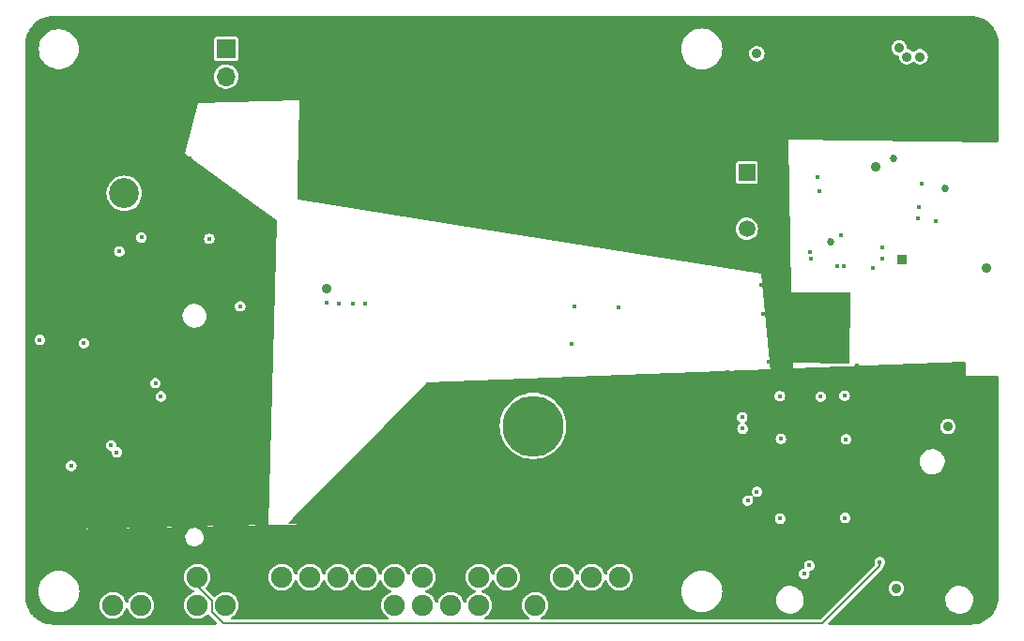
<source format=gbr>
%TF.GenerationSoftware,KiCad,Pcbnew,7.0.10*%
%TF.CreationDate,2024-12-22T17:19:54-08:00*%
%TF.ProjectId,mainbox2.1,6d61696e-626f-4783-922e-312e6b696361,rev?*%
%TF.SameCoordinates,Original*%
%TF.FileFunction,Copper,L3,Inr*%
%TF.FilePolarity,Positive*%
%FSLAX46Y46*%
G04 Gerber Fmt 4.6, Leading zero omitted, Abs format (unit mm)*
G04 Created by KiCad (PCBNEW 7.0.10) date 2024-12-22 17:19:54*
%MOMM*%
%LPD*%
G01*
G04 APERTURE LIST*
G04 Aperture macros list*
%AMRoundRect*
0 Rectangle with rounded corners*
0 $1 Rounding radius*
0 $2 $3 $4 $5 $6 $7 $8 $9 X,Y pos of 4 corners*
0 Add a 4 corners polygon primitive as box body*
4,1,4,$2,$3,$4,$5,$6,$7,$8,$9,$2,$3,0*
0 Add four circle primitives for the rounded corners*
1,1,$1+$1,$2,$3*
1,1,$1+$1,$4,$5*
1,1,$1+$1,$6,$7*
1,1,$1+$1,$8,$9*
0 Add four rect primitives between the rounded corners*
20,1,$1+$1,$2,$3,$4,$5,0*
20,1,$1+$1,$4,$5,$6,$7,0*
20,1,$1+$1,$6,$7,$8,$9,0*
20,1,$1+$1,$8,$9,$2,$3,0*%
G04 Aperture macros list end*
%TA.AperFunction,ComponentPad*%
%ADD10C,5.500000*%
%TD*%
%TA.AperFunction,ComponentPad*%
%ADD11R,1.700000X1.700000*%
%TD*%
%TA.AperFunction,ComponentPad*%
%ADD12O,1.700000X1.700000*%
%TD*%
%TA.AperFunction,ComponentPad*%
%ADD13R,1.508000X1.508000*%
%TD*%
%TA.AperFunction,ComponentPad*%
%ADD14C,1.508000*%
%TD*%
%TA.AperFunction,ComponentPad*%
%ADD15R,0.850000X0.850000*%
%TD*%
%TA.AperFunction,ComponentPad*%
%ADD16RoundRect,0.250001X1.099999X1.099999X-1.099999X1.099999X-1.099999X-1.099999X1.099999X-1.099999X0*%
%TD*%
%TA.AperFunction,ComponentPad*%
%ADD17C,2.700000*%
%TD*%
%TA.AperFunction,ComponentPad*%
%ADD18C,1.900000*%
%TD*%
%TA.AperFunction,ViaPad*%
%ADD19C,0.450000*%
%TD*%
%TA.AperFunction,ViaPad*%
%ADD20C,0.889000*%
%TD*%
%TA.AperFunction,ViaPad*%
%ADD21C,0.685800*%
%TD*%
%TA.AperFunction,Conductor*%
%ADD22C,0.200000*%
%TD*%
G04 APERTURE END LIST*
D10*
%TO.N,N/C*%
%TO.C,U$1*%
X107962500Y-99170000D03*
%TD*%
D11*
%TO.N,Net-(IC2-DIO6{slash}~{RTS})*%
%TO.C,J7*%
X80264000Y-65074800D03*
D12*
%TO.N,Net-(IC2-DIO9{slash}ON{slash}~{SLEEP})*%
X80264000Y-67614800D03*
%TD*%
D13*
%TO.N,Net-(PS1-+VIN)*%
%TO.C,PS1*%
X127240000Y-76280000D03*
D14*
%TO.N,GNDA*%
X127240000Y-78820000D03*
%TO.N,3V3_XBEE*%
X127240000Y-81360000D03*
%TD*%
D15*
%TO.N,AIN4*%
%TO.C,J4*%
X141276000Y-84120000D03*
%TD*%
D16*
%TO.N,GNDA*%
%TO.C,J6*%
X75050000Y-78150000D03*
D17*
%TO.N,5.2V*%
X71090000Y-78150000D03*
%TD*%
D18*
%TO.N,5.2V*%
%TO.C,J10*%
X70046000Y-115380000D03*
X72586000Y-115380000D03*
%TO.N,GNDA*%
X75126000Y-115380000D03*
%TO.N,STEERING_WHEEL_PORT_TXD*%
X77666000Y-112840000D03*
%TO.N,Net-(J10-Pin_8)*%
X77666000Y-115380000D03*
%TO.N,GNDA*%
X80206000Y-112840000D03*
%TO.N,Net-(J10-Pin_10)*%
X80206000Y-115380000D03*
%TO.N,DIGITAL_OUTPUT_4*%
X85286000Y-112840000D03*
%TO.N,GNDA*%
X85286000Y-115380000D03*
%TO.N,DIGITAL_OUTPUT_3*%
X87826000Y-112840000D03*
%TO.N,3V3*%
X90366000Y-112840000D03*
%TO.N,ADC_SPI_DIN*%
X92906000Y-112840000D03*
%TO.N,GNDA*%
X92906000Y-115380000D03*
%TO.N,ADC_SPI_DOUT*%
X95446000Y-112840000D03*
%TO.N,DIGITAL_OUTPUT_2*%
X95446000Y-115380000D03*
%TO.N,SCLK*%
X97986000Y-112840000D03*
%TO.N,RPi_SPI_CS*%
X97986000Y-115380000D03*
%TO.N,GNDA*%
X100526000Y-112840000D03*
%TO.N,DIGITAL_OUTPUT_1*%
X100526000Y-115380000D03*
%TO.N,POWER_BOARD_PORT_TXD*%
X103066000Y-112840000D03*
%TO.N,POWER_BOARD_PORT_RXD*%
X103066000Y-115380000D03*
%TO.N,STEERING_WHEEL_PORT_RXD*%
X105606000Y-112840000D03*
%TO.N,GNDA*%
X105606000Y-115380000D03*
%TO.N,NAVOUT*%
X108146000Y-115380000D03*
%TO.N,NAVIN*%
X110686000Y-112840000D03*
%TO.N,GNDA*%
X110686000Y-115380000D03*
%TO.N,IN2(3.3V)*%
X113226000Y-112840000D03*
%TO.N,IN1(3.3V)*%
X115766000Y-112840000D03*
%TD*%
D19*
%TO.N,GNDA*%
X95770000Y-106480000D03*
X104020000Y-99010000D03*
X104190000Y-95610000D03*
X101030000Y-98680000D03*
X98140000Y-101400000D03*
X104070000Y-100610000D03*
X104820000Y-104710000D03*
X100620000Y-103740000D03*
X105190000Y-108710000D03*
X63280000Y-105730000D03*
X149250000Y-111370000D03*
X62720000Y-67020000D03*
X126760000Y-103870000D03*
X142150000Y-69980000D03*
X142770000Y-79440000D03*
X66030000Y-79220000D03*
X128740000Y-89010000D03*
X110520000Y-110040000D03*
X70930000Y-103490000D03*
X120070000Y-116030000D03*
X92690000Y-78640000D03*
X76900000Y-81110000D03*
X67420000Y-84410000D03*
X116690000Y-115040000D03*
X66360000Y-67790000D03*
X65740000Y-82700000D03*
X133440000Y-93310000D03*
X73350000Y-94470000D03*
X126580000Y-63270000D03*
X122170000Y-78740000D03*
X70160000Y-90470000D03*
X137860000Y-106660000D03*
X66680000Y-109340000D03*
X74980000Y-87300000D03*
X135700000Y-81980000D03*
X77600000Y-91400000D03*
X78930000Y-79160000D03*
X66250000Y-107510000D03*
X70410000Y-109530000D03*
X63040000Y-69720000D03*
X122720000Y-95880000D03*
X90480000Y-88120000D03*
X145530000Y-104870000D03*
X113300000Y-69360000D03*
X98820000Y-75510000D03*
X77590000Y-96520000D03*
X135420000Y-84710000D03*
X70350000Y-108490000D03*
X84190000Y-94490000D03*
X84360000Y-90590000D03*
X114350000Y-82330000D03*
X84460000Y-85110000D03*
X83870000Y-104810000D03*
D20*
X141980000Y-108000000D03*
D19*
X138040000Y-101270000D03*
X119110000Y-112130000D03*
X132310000Y-94190000D03*
X94770000Y-110540000D03*
X113540000Y-114750000D03*
X122240000Y-83290000D03*
X71030000Y-100450000D03*
X118210000Y-82630000D03*
X70900000Y-107960000D03*
D20*
X146376000Y-100520000D03*
D19*
X99120000Y-98650000D03*
X135810000Y-104660000D03*
X76190000Y-113050000D03*
X145130000Y-116490000D03*
X146630000Y-69140000D03*
X75150000Y-101950000D03*
D20*
X129480000Y-67050000D03*
D19*
X135800000Y-99230000D03*
X72920000Y-71860000D03*
D20*
X134476000Y-65620000D03*
D19*
X94820000Y-102920000D03*
X89530000Y-107970000D03*
X139140000Y-63580000D03*
X69220000Y-97440000D03*
X115650000Y-88480000D03*
X62850000Y-99840000D03*
X66420000Y-72230000D03*
X87530000Y-115660000D03*
X94530000Y-74250000D03*
X74750000Y-107320000D03*
X108680000Y-68270000D03*
X116580000Y-96380000D03*
X125350000Y-110570000D03*
X84380000Y-87200000D03*
X62990000Y-72380000D03*
X62610000Y-86150000D03*
X84110000Y-97520000D03*
X137850000Y-97390000D03*
X142660000Y-80400000D03*
X91180000Y-63040000D03*
X99320000Y-107360000D03*
X97440000Y-79360000D03*
X70370000Y-88840000D03*
X75290000Y-91440000D03*
X116830000Y-73860000D03*
X110050000Y-107260000D03*
X80890000Y-92650000D03*
X89310000Y-88060000D03*
X133750000Y-77970000D03*
X115630000Y-104040000D03*
X128530000Y-101260000D03*
X104300000Y-76170000D03*
D20*
X148876000Y-84920000D03*
X138860000Y-75770000D03*
D19*
X101880000Y-106380000D03*
X125300000Y-83590000D03*
X131260000Y-94260000D03*
X139480000Y-83060000D03*
X132250000Y-95490000D03*
X121240000Y-103760000D03*
X92100000Y-105680000D03*
D20*
X129390000Y-68250000D03*
D19*
X71010000Y-101940000D03*
X68570000Y-69000000D03*
X77790000Y-104900000D03*
X72920000Y-74910000D03*
X149280000Y-102870000D03*
X118860000Y-69940000D03*
X62990000Y-83150000D03*
X82330000Y-115510000D03*
X133630000Y-76710000D03*
X129560000Y-84180000D03*
X111660000Y-88340000D03*
X133048389Y-84088721D03*
X82910000Y-106690000D03*
X69140000Y-101960000D03*
X134540000Y-70790000D03*
X96280000Y-70290000D03*
X74220000Y-81050000D03*
X80980000Y-77970000D03*
X130560000Y-99300000D03*
X76980000Y-74990000D03*
X68330000Y-81240000D03*
X117220000Y-106660000D03*
X139430000Y-84040000D03*
X119550000Y-66840000D03*
X112550000Y-64660000D03*
X69370000Y-83500000D03*
X110500000Y-76170000D03*
X68540000Y-110120000D03*
X77590000Y-98970000D03*
X90180000Y-73690000D03*
D20*
X89310000Y-86770000D03*
D19*
X73390000Y-96270000D03*
X128580000Y-86430000D03*
X84020000Y-102650000D03*
X128470000Y-97450000D03*
X75380000Y-73620000D03*
X144260000Y-80710000D03*
X135880000Y-103110000D03*
X66530000Y-75890000D03*
X91690000Y-88140000D03*
X132120000Y-65080000D03*
X83340000Y-79800000D03*
X137190000Y-94970000D03*
X70990000Y-90960000D03*
X142990000Y-77270000D03*
X69190000Y-98960000D03*
X116070000Y-77720000D03*
X122710000Y-107360000D03*
X84420000Y-89460000D03*
X106110000Y-71320000D03*
X72920000Y-86030000D03*
X107420000Y-106800000D03*
X78410000Y-86420000D03*
X70950000Y-89940000D03*
D20*
X144676000Y-65620000D03*
D19*
X102480000Y-79920000D03*
X101610000Y-111240000D03*
X136020000Y-84740000D03*
X90970000Y-70200000D03*
X101230000Y-70820000D03*
X132960000Y-83470000D03*
X129180000Y-93380000D03*
X91530000Y-110950000D03*
X108190000Y-80160000D03*
X70980000Y-105000000D03*
X107290000Y-109810000D03*
X100690000Y-97040000D03*
X63010000Y-96910000D03*
X63040000Y-74910000D03*
X130010000Y-72090000D03*
X74480000Y-111770000D03*
X149350000Y-107350000D03*
X140900000Y-103500000D03*
X128460000Y-106660000D03*
X62830000Y-77920000D03*
X110960000Y-72370000D03*
X126760000Y-107740000D03*
X122100000Y-73190000D03*
X77730000Y-101830000D03*
X137200000Y-93740000D03*
X127330000Y-112900000D03*
X65500000Y-69850000D03*
X96960000Y-100580000D03*
D21*
X145176000Y-77720000D03*
D19*
X140870000Y-71140000D03*
X112730000Y-105260000D03*
X70990000Y-98960000D03*
X74900000Y-104710000D03*
X65130000Y-85220000D03*
X117950000Y-100400000D03*
X70220000Y-73710000D03*
X108470000Y-111950000D03*
X84090000Y-100440000D03*
X98880000Y-109450000D03*
X133520000Y-68630000D03*
X113680000Y-101040000D03*
X110660000Y-103550000D03*
X138220000Y-71040000D03*
X140160000Y-67790000D03*
X136760000Y-65930000D03*
X149250000Y-115100000D03*
X84210000Y-91690000D03*
X71950000Y-86060000D03*
X62990000Y-80580000D03*
X138630000Y-84870000D03*
X128910000Y-73920000D03*
X84650000Y-81500000D03*
X63470000Y-88540000D03*
X147100000Y-71440000D03*
X71010000Y-97450000D03*
X67000000Y-87290000D03*
X129590000Y-116200000D03*
X62730000Y-93450000D03*
X75610000Y-96120000D03*
X125500000Y-94310000D03*
X64840000Y-98040000D03*
X69200000Y-100460000D03*
X130580000Y-104720000D03*
X117270000Y-62960000D03*
X148860000Y-65560000D03*
X131290000Y-89410000D03*
X134700000Y-93340000D03*
X130520000Y-103190000D03*
X64870000Y-101770000D03*
X70720000Y-70330000D03*
X92850000Y-88140000D03*
X90000000Y-115460000D03*
X76040000Y-85920000D03*
X111630000Y-96870000D03*
X88430000Y-77550000D03*
X124470000Y-100850000D03*
X136670000Y-67460000D03*
X75320000Y-98980000D03*
X70950000Y-106480000D03*
X73750000Y-84720000D03*
X78950000Y-76560000D03*
X77980000Y-107240000D03*
%TO.N,3V3*%
X130220000Y-96480000D03*
X111480000Y-91730000D03*
X130250000Y-107540000D03*
X133910000Y-96520000D03*
X130320000Y-100340000D03*
D21*
%TO.N,5VADC{slash}SENSOR*%
X134776000Y-82520000D03*
X140476000Y-75020000D03*
D20*
%TO.N,5.2V*%
X142876000Y-65820000D03*
X140976000Y-65020000D03*
X145376000Y-99220000D03*
D19*
X136100000Y-107470000D03*
D20*
X140720000Y-113840000D03*
D19*
X136180000Y-100370000D03*
D20*
X141676000Y-65820000D03*
X128150000Y-65540000D03*
D19*
X136070000Y-96440000D03*
%TO.N,VCC3V3*%
X81540000Y-88360000D03*
%TO.N,IN2(3.3V)*%
X128160000Y-105120000D03*
%TO.N,IN1(3.3V)*%
X127320000Y-105910000D03*
%TO.N,DIGITAL_OUTPUT_3*%
X126860000Y-99410000D03*
%TO.N,DIGITAL_OUTPUT_4*%
X126830000Y-98390000D03*
%TO.N,POWER_BOARD_PORT_RXD*%
X132430000Y-112540000D03*
%TO.N,POWER_BOARD_PORT_TXD*%
X132880000Y-111780000D03*
%TO.N,STEERING_WHEEL_PORT_TXD*%
X139230000Y-111470000D03*
%TO.N,PCIE_PWR_EN*%
X78760000Y-82260000D03*
X63470000Y-91390000D03*
%TO.N,3V3_PG*%
X67450000Y-91700000D03*
X72630000Y-82150000D03*
%TO.N,PCIE CLK-*%
X70410000Y-101540000D03*
X74380000Y-96510000D03*
%TO.N,PCIE CLK+*%
X69896051Y-100921732D03*
X73900000Y-95300000D03*
%TO.N,5V PCIE*%
X70640000Y-83400000D03*
X66300000Y-102760000D03*
%TD*%
D22*
%TO.N,STEERING_WHEEL_PORT_TXD*%
X139210000Y-111490000D02*
X139230000Y-111470000D01*
X80000000Y-117020000D02*
X134020000Y-117020000D01*
X134020000Y-117020000D02*
X139210000Y-111830000D01*
X139210000Y-111830000D02*
X139210000Y-111490000D01*
X78980000Y-116000000D02*
X80000000Y-117020000D01*
X78980000Y-114920000D02*
X78980000Y-116000000D01*
X77666000Y-112840000D02*
X77666000Y-113606000D01*
X77666000Y-113606000D02*
X78980000Y-114920000D01*
%TD*%
%TA.AperFunction,Conductor*%
%TO.N,GNDA*%
G36*
X136556297Y-87139685D02*
G01*
X136602052Y-87192489D01*
X136613228Y-87246712D01*
X136478698Y-93396638D01*
X136457552Y-93463231D01*
X136403760Y-93507820D01*
X136352627Y-93517908D01*
X131379153Y-93433611D01*
X131379152Y-93433611D01*
X131250912Y-87120000D01*
X136489258Y-87120000D01*
X136556297Y-87139685D01*
G37*
%TD.AperFunction*%
%TD*%
%TA.AperFunction,Conductor*%
%TO.N,GNDA*%
G36*
X88355787Y-111757803D02*
G01*
X88313270Y-111741332D01*
X88155940Y-111680382D01*
X87937243Y-111639500D01*
X87714757Y-111639500D01*
X87496060Y-111680382D01*
X87364864Y-111731207D01*
X87288601Y-111760752D01*
X87288595Y-111760754D01*
X87099439Y-111877874D01*
X87099437Y-111877876D01*
X86935020Y-112027761D01*
X86800943Y-112205308D01*
X86800938Y-112205316D01*
X86701775Y-112404461D01*
X86701769Y-112404476D01*
X86675266Y-112497627D01*
X86637987Y-112556721D01*
X86574677Y-112586278D01*
X86505438Y-112576916D01*
X86452251Y-112531606D01*
X86436734Y-112497627D01*
X86410230Y-112404476D01*
X86410229Y-112404472D01*
X86410224Y-112404461D01*
X86311061Y-112205316D01*
X86311056Y-112205308D01*
X86176979Y-112027761D01*
X86012562Y-111877876D01*
X86012560Y-111877874D01*
X85823404Y-111760754D01*
X85823398Y-111760752D01*
X85815786Y-111757803D01*
X85615940Y-111680382D01*
X85397243Y-111639500D01*
X85174757Y-111639500D01*
X84956060Y-111680382D01*
X84824864Y-111731207D01*
X84748601Y-111760752D01*
X84748595Y-111760754D01*
X84559439Y-111877874D01*
X84559437Y-111877876D01*
X84395020Y-112027761D01*
X84260943Y-112205308D01*
X84260938Y-112205316D01*
X84161775Y-112404461D01*
X84161769Y-112404476D01*
X84100885Y-112618462D01*
X84100884Y-112618464D01*
X84080357Y-112839999D01*
X84080357Y-112840000D01*
X84100884Y-113061535D01*
X84100885Y-113061537D01*
X84161769Y-113275523D01*
X84161775Y-113275538D01*
X84260938Y-113474683D01*
X84260943Y-113474691D01*
X84395020Y-113652238D01*
X84559437Y-113802123D01*
X84559439Y-113802125D01*
X84748595Y-113919245D01*
X84748596Y-113919245D01*
X84748599Y-113919247D01*
X84956060Y-113999618D01*
X85174757Y-114040500D01*
X85174759Y-114040500D01*
X85397241Y-114040500D01*
X85397243Y-114040500D01*
X85615940Y-113999618D01*
X85823401Y-113919247D01*
X86012562Y-113802124D01*
X86176981Y-113652236D01*
X86311058Y-113474689D01*
X86410229Y-113275528D01*
X86436734Y-113182371D01*
X86474013Y-113123278D01*
X86537323Y-113093721D01*
X86606562Y-113103083D01*
X86659749Y-113148393D01*
X86675266Y-113182372D01*
X86701769Y-113275523D01*
X86701775Y-113275538D01*
X86800938Y-113474683D01*
X86800943Y-113474691D01*
X86935020Y-113652238D01*
X87099437Y-113802123D01*
X87099439Y-113802125D01*
X87288595Y-113919245D01*
X87288596Y-113919245D01*
X87288599Y-113919247D01*
X87496060Y-113999618D01*
X87714757Y-114040500D01*
X87714759Y-114040500D01*
X87937241Y-114040500D01*
X87937243Y-114040500D01*
X88155940Y-113999618D01*
X88289575Y-113947847D01*
X88207294Y-116669500D01*
X80839646Y-116669500D01*
X80772607Y-116649815D01*
X80726852Y-116597011D01*
X80716908Y-116527853D01*
X80745933Y-116464297D01*
X80774369Y-116440073D01*
X80932560Y-116342125D01*
X80932559Y-116342125D01*
X80932562Y-116342124D01*
X81081352Y-116206484D01*
X81096979Y-116192238D01*
X81101858Y-116185778D01*
X81231058Y-116014689D01*
X81330229Y-115815528D01*
X81391115Y-115601536D01*
X81411643Y-115380000D01*
X81396647Y-115218170D01*
X81391115Y-115158464D01*
X81391114Y-115158462D01*
X81384225Y-115134250D01*
X81330229Y-114944472D01*
X81322355Y-114928659D01*
X81231061Y-114745316D01*
X81231056Y-114745308D01*
X81096979Y-114567761D01*
X80932562Y-114417876D01*
X80932560Y-114417874D01*
X80743404Y-114300754D01*
X80743398Y-114300752D01*
X80535940Y-114220382D01*
X80317243Y-114179500D01*
X80094757Y-114179500D01*
X79876060Y-114220382D01*
X79744864Y-114271207D01*
X79668601Y-114300752D01*
X79668595Y-114300754D01*
X79479439Y-114417874D01*
X79479437Y-114417876D01*
X79315019Y-114567762D01*
X79311158Y-114571999D01*
X79310635Y-114571522D01*
X79253873Y-114607615D01*
X79184004Y-114607277D01*
X79131832Y-114576151D01*
X78466209Y-113910527D01*
X78432724Y-113849204D01*
X78437708Y-113779512D01*
X78470352Y-113731209D01*
X78556979Y-113652238D01*
X78691056Y-113474691D01*
X78691058Y-113474689D01*
X78790229Y-113275528D01*
X78851115Y-113061536D01*
X78871643Y-112840000D01*
X78851115Y-112618464D01*
X78790229Y-112404472D01*
X78790224Y-112404461D01*
X78691061Y-112205316D01*
X78691056Y-112205308D01*
X78556979Y-112027761D01*
X78392562Y-111877876D01*
X78392560Y-111877874D01*
X78203404Y-111760754D01*
X78203398Y-111760752D01*
X78195786Y-111757803D01*
X77995940Y-111680382D01*
X77777243Y-111639500D01*
X77554757Y-111639500D01*
X77336060Y-111680382D01*
X77204864Y-111731207D01*
X77128601Y-111760752D01*
X77128595Y-111760754D01*
X76939439Y-111877874D01*
X76939437Y-111877876D01*
X76775020Y-112027761D01*
X76640943Y-112205308D01*
X76640938Y-112205316D01*
X76541775Y-112404461D01*
X76541769Y-112404476D01*
X76480885Y-112618462D01*
X76480884Y-112618464D01*
X76460357Y-112839999D01*
X76460357Y-112840000D01*
X76480884Y-113061535D01*
X76480885Y-113061537D01*
X76541769Y-113275523D01*
X76541775Y-113275538D01*
X76640938Y-113474683D01*
X76640943Y-113474691D01*
X76775020Y-113652238D01*
X76939437Y-113802123D01*
X76939439Y-113802125D01*
X77128595Y-113919245D01*
X77128596Y-113919245D01*
X77128599Y-113919247D01*
X77322524Y-113994374D01*
X77377924Y-114036946D01*
X77401515Y-114102713D01*
X77385804Y-114170793D01*
X77335780Y-114219572D01*
X77322533Y-114225622D01*
X77174488Y-114282975D01*
X77128601Y-114300752D01*
X77128595Y-114300754D01*
X76939439Y-114417874D01*
X76939437Y-114417876D01*
X76775020Y-114567761D01*
X76640943Y-114745308D01*
X76640938Y-114745316D01*
X76541775Y-114944461D01*
X76541769Y-114944476D01*
X76480885Y-115158462D01*
X76480884Y-115158464D01*
X76460357Y-115379999D01*
X76460357Y-115380000D01*
X76480884Y-115601535D01*
X76480885Y-115601537D01*
X76541769Y-115815523D01*
X76541775Y-115815538D01*
X76640938Y-116014683D01*
X76640943Y-116014691D01*
X76775020Y-116192238D01*
X76939437Y-116342123D01*
X76939439Y-116342125D01*
X77128595Y-116459245D01*
X77128596Y-116459245D01*
X77128599Y-116459247D01*
X77336060Y-116539618D01*
X77554757Y-116580500D01*
X77554759Y-116580500D01*
X77777241Y-116580500D01*
X77777243Y-116580500D01*
X77995940Y-116539618D01*
X78203401Y-116459247D01*
X78392562Y-116342124D01*
X78530480Y-116216395D01*
X78593284Y-116185778D01*
X78662671Y-116193975D01*
X78698002Y-116216803D01*
X78699581Y-116218257D01*
X78699582Y-116218258D01*
X78735399Y-116251230D01*
X78739096Y-116254778D01*
X79165246Y-116680928D01*
X79392138Y-116907819D01*
X79425623Y-116969142D01*
X79420639Y-117038833D01*
X79378768Y-117094767D01*
X79313303Y-117119184D01*
X79304457Y-117119500D01*
X64679751Y-117119500D01*
X64672264Y-117119274D01*
X64382205Y-117101728D01*
X64367340Y-117099923D01*
X64085201Y-117048219D01*
X64070663Y-117044635D01*
X63796832Y-116959306D01*
X63782831Y-116953997D01*
X63521263Y-116836275D01*
X63508004Y-116829316D01*
X63306926Y-116707760D01*
X63262537Y-116680926D01*
X63250217Y-116672422D01*
X63246487Y-116669500D01*
X63024426Y-116495526D01*
X63013218Y-116485596D01*
X62810403Y-116282781D01*
X62800473Y-116271573D01*
X62784535Y-116251230D01*
X62623573Y-116045776D01*
X62615075Y-116033465D01*
X62466680Y-115787989D01*
X62459727Y-115774743D01*
X62342000Y-115513163D01*
X62336693Y-115499167D01*
X62251364Y-115225336D01*
X62247780Y-115210798D01*
X62196076Y-114928659D01*
X62194271Y-114913794D01*
X62192873Y-114890690D01*
X62176726Y-114623736D01*
X62176500Y-114616249D01*
X62176500Y-114120001D01*
X63320773Y-114120001D01*
X63339657Y-114384027D01*
X63339658Y-114384034D01*
X63395921Y-114642673D01*
X63488426Y-114890690D01*
X63488428Y-114890694D01*
X63615280Y-115123005D01*
X63615285Y-115123013D01*
X63773906Y-115334907D01*
X63773922Y-115334925D01*
X63961074Y-115522077D01*
X63961092Y-115522093D01*
X64172986Y-115680714D01*
X64172994Y-115680719D01*
X64405305Y-115807571D01*
X64405309Y-115807573D01*
X64405311Y-115807574D01*
X64653322Y-115900077D01*
X64653325Y-115900077D01*
X64653326Y-115900078D01*
X64848552Y-115942546D01*
X64911974Y-115956343D01*
X65155660Y-115973772D01*
X65175999Y-115975227D01*
X65176000Y-115975227D01*
X65176001Y-115975227D01*
X65194885Y-115973876D01*
X65440026Y-115956343D01*
X65698678Y-115900077D01*
X65946689Y-115807574D01*
X66179011Y-115680716D01*
X66390915Y-115522087D01*
X66533002Y-115380000D01*
X68840357Y-115380000D01*
X68860884Y-115601535D01*
X68860885Y-115601537D01*
X68921769Y-115815523D01*
X68921775Y-115815538D01*
X69020938Y-116014683D01*
X69020943Y-116014691D01*
X69155020Y-116192238D01*
X69319437Y-116342123D01*
X69319439Y-116342125D01*
X69508595Y-116459245D01*
X69508596Y-116459245D01*
X69508599Y-116459247D01*
X69716060Y-116539618D01*
X69934757Y-116580500D01*
X69934759Y-116580500D01*
X70157241Y-116580500D01*
X70157243Y-116580500D01*
X70375940Y-116539618D01*
X70583401Y-116459247D01*
X70772562Y-116342124D01*
X70921352Y-116206484D01*
X70936979Y-116192238D01*
X70941858Y-116185778D01*
X71071058Y-116014689D01*
X71170229Y-115815528D01*
X71196734Y-115722371D01*
X71234013Y-115663278D01*
X71297323Y-115633721D01*
X71366562Y-115643083D01*
X71419749Y-115688393D01*
X71435266Y-115722372D01*
X71461769Y-115815523D01*
X71461775Y-115815538D01*
X71560938Y-116014683D01*
X71560943Y-116014691D01*
X71695020Y-116192238D01*
X71859437Y-116342123D01*
X71859439Y-116342125D01*
X72048595Y-116459245D01*
X72048596Y-116459245D01*
X72048599Y-116459247D01*
X72256060Y-116539618D01*
X72474757Y-116580500D01*
X72474759Y-116580500D01*
X72697241Y-116580500D01*
X72697243Y-116580500D01*
X72915940Y-116539618D01*
X73123401Y-116459247D01*
X73312562Y-116342124D01*
X73461352Y-116206484D01*
X73476979Y-116192238D01*
X73481858Y-116185778D01*
X73611058Y-116014689D01*
X73710229Y-115815528D01*
X73771115Y-115601536D01*
X73791643Y-115380000D01*
X73776647Y-115218170D01*
X73771115Y-115158464D01*
X73771114Y-115158462D01*
X73764225Y-115134250D01*
X73710229Y-114944472D01*
X73702355Y-114928659D01*
X73611061Y-114745316D01*
X73611056Y-114745308D01*
X73476979Y-114567761D01*
X73312562Y-114417876D01*
X73312560Y-114417874D01*
X73123404Y-114300754D01*
X73123398Y-114300752D01*
X72915940Y-114220382D01*
X72697243Y-114179500D01*
X72474757Y-114179500D01*
X72256060Y-114220382D01*
X72124864Y-114271207D01*
X72048601Y-114300752D01*
X72048595Y-114300754D01*
X71859439Y-114417874D01*
X71859437Y-114417876D01*
X71695020Y-114567761D01*
X71560943Y-114745308D01*
X71560938Y-114745316D01*
X71461775Y-114944461D01*
X71461769Y-114944476D01*
X71435266Y-115037627D01*
X71397987Y-115096721D01*
X71334677Y-115126278D01*
X71265438Y-115116916D01*
X71212251Y-115071606D01*
X71196734Y-115037627D01*
X71170230Y-114944476D01*
X71170229Y-114944472D01*
X71162355Y-114928659D01*
X71071061Y-114745316D01*
X71071056Y-114745308D01*
X70936979Y-114567761D01*
X70772562Y-114417876D01*
X70772560Y-114417874D01*
X70583404Y-114300754D01*
X70583398Y-114300752D01*
X70375940Y-114220382D01*
X70157243Y-114179500D01*
X69934757Y-114179500D01*
X69716060Y-114220382D01*
X69584864Y-114271207D01*
X69508601Y-114300752D01*
X69508595Y-114300754D01*
X69319439Y-114417874D01*
X69319437Y-114417876D01*
X69155020Y-114567761D01*
X69020943Y-114745308D01*
X69020938Y-114745316D01*
X68921775Y-114944461D01*
X68921769Y-114944476D01*
X68860885Y-115158462D01*
X68860884Y-115158464D01*
X68840357Y-115379999D01*
X68840357Y-115380000D01*
X66533002Y-115380000D01*
X66578087Y-115334915D01*
X66736716Y-115123011D01*
X66863574Y-114890689D01*
X66956077Y-114642678D01*
X67012343Y-114384026D01*
X67031227Y-114120000D01*
X67012343Y-113855974D01*
X66956077Y-113597322D01*
X66863574Y-113349311D01*
X66823285Y-113275528D01*
X66736719Y-113116994D01*
X66736714Y-113116986D01*
X66578093Y-112905092D01*
X66578077Y-112905074D01*
X66390925Y-112717922D01*
X66390907Y-112717906D01*
X66179013Y-112559285D01*
X66179005Y-112559280D01*
X65946694Y-112432428D01*
X65946690Y-112432426D01*
X65698673Y-112339921D01*
X65440034Y-112283658D01*
X65440027Y-112283657D01*
X65176001Y-112264773D01*
X65175999Y-112264773D01*
X64911972Y-112283657D01*
X64911965Y-112283658D01*
X64653326Y-112339921D01*
X64405309Y-112432426D01*
X64405305Y-112432428D01*
X64172994Y-112559280D01*
X64172986Y-112559285D01*
X63961092Y-112717906D01*
X63961074Y-112717922D01*
X63773922Y-112905074D01*
X63773906Y-112905092D01*
X63615285Y-113116986D01*
X63615280Y-113116994D01*
X63488428Y-113349305D01*
X63488426Y-113349309D01*
X63395921Y-113597326D01*
X63339658Y-113855965D01*
X63339657Y-113855972D01*
X63320773Y-114119998D01*
X63320773Y-114120001D01*
X62176500Y-114120001D01*
X62176500Y-109167448D01*
X76590050Y-109167448D01*
X76599771Y-109346738D01*
X76599771Y-109346743D01*
X76647805Y-109519748D01*
X76647808Y-109519754D01*
X76731914Y-109678393D01*
X76848155Y-109815242D01*
X76848156Y-109815243D01*
X76991101Y-109923907D01*
X77154062Y-109999301D01*
X77154063Y-109999301D01*
X77154065Y-109999302D01*
X77207265Y-110011011D01*
X77329421Y-110037900D01*
X77329424Y-110037900D01*
X77463955Y-110037900D01*
X77463960Y-110037900D01*
X77597705Y-110023354D01*
X77767862Y-109966022D01*
X77921717Y-109873450D01*
X78052075Y-109749969D01*
X78152840Y-109601351D01*
X78219301Y-109434547D01*
X78248350Y-109257355D01*
X78238629Y-109078061D01*
X78190593Y-108905049D01*
X78106486Y-108746408D01*
X78106485Y-108746406D01*
X77990244Y-108609557D01*
X77847299Y-108500893D01*
X77684338Y-108425499D01*
X77684334Y-108425497D01*
X77508979Y-108386900D01*
X77374440Y-108386900D01*
X77374438Y-108386900D01*
X77240696Y-108401445D01*
X77240689Y-108401447D01*
X77070539Y-108458777D01*
X77070536Y-108458779D01*
X76916682Y-108551350D01*
X76786323Y-108674831D01*
X76685558Y-108823451D01*
X76685557Y-108823453D01*
X76619100Y-108990247D01*
X76590050Y-109167448D01*
X62176500Y-109167448D01*
X62176500Y-108632421D01*
X88470000Y-107980000D01*
X88355787Y-111757803D01*
G37*
%TD.AperFunction*%
%TD*%
%TA.AperFunction,Conductor*%
%TO.N,GNDA*%
G36*
X63768504Y-66242835D02*
G01*
X63820080Y-66307509D01*
X63852442Y-66348089D01*
X64031576Y-66514300D01*
X64050259Y-66531635D01*
X64273226Y-66683651D01*
X64516359Y-66800738D01*
X64590762Y-66823688D01*
X76420000Y-75180000D01*
X76565314Y-74588525D01*
X83450089Y-79580466D01*
X84816960Y-80571542D01*
X84859679Y-80626830D01*
X84868120Y-80675487D01*
X84081466Y-108088891D01*
X84081465Y-108088892D01*
X62176500Y-108632421D01*
X62176500Y-102760000D01*
X65819610Y-102760000D01*
X65839068Y-102895337D01*
X65839070Y-102895345D01*
X65895867Y-103019714D01*
X65895872Y-103019721D01*
X65985409Y-103123053D01*
X65985413Y-103123057D01*
X66045979Y-103161979D01*
X66100439Y-103196978D01*
X66166036Y-103216239D01*
X66231632Y-103235500D01*
X66231633Y-103235500D01*
X66368367Y-103235500D01*
X66499561Y-103196978D01*
X66614589Y-103123055D01*
X66704130Y-103019718D01*
X66760931Y-102895342D01*
X66780390Y-102760000D01*
X66760931Y-102624658D01*
X66748677Y-102597827D01*
X66704132Y-102500285D01*
X66704127Y-102500278D01*
X66614590Y-102396946D01*
X66614586Y-102396942D01*
X66499559Y-102323021D01*
X66368368Y-102284500D01*
X66368367Y-102284500D01*
X66231633Y-102284500D01*
X66231632Y-102284500D01*
X66100440Y-102323021D01*
X65985413Y-102396942D01*
X65985409Y-102396946D01*
X65895872Y-102500278D01*
X65895867Y-102500285D01*
X65839070Y-102624654D01*
X65839068Y-102624662D01*
X65819610Y-102760000D01*
X62176500Y-102760000D01*
X62176500Y-100921732D01*
X69415661Y-100921732D01*
X69435119Y-101057069D01*
X69435121Y-101057077D01*
X69491918Y-101181446D01*
X69491923Y-101181453D01*
X69581460Y-101284785D01*
X69581464Y-101284789D01*
X69642030Y-101323711D01*
X69696490Y-101358710D01*
X69773253Y-101381249D01*
X69836194Y-101399731D01*
X69835610Y-101401718D01*
X69888468Y-101425854D01*
X69926246Y-101484630D01*
X69929575Y-101531131D01*
X69929610Y-101531131D01*
X69929610Y-101531621D01*
X69930010Y-101537209D01*
X69929610Y-101539992D01*
X69929610Y-101539999D01*
X69949068Y-101675337D01*
X69949070Y-101675345D01*
X70005867Y-101799714D01*
X70005872Y-101799721D01*
X70095409Y-101903053D01*
X70095413Y-101903057D01*
X70155979Y-101941979D01*
X70210439Y-101976978D01*
X70276036Y-101996239D01*
X70341632Y-102015500D01*
X70341633Y-102015500D01*
X70478367Y-102015500D01*
X70609561Y-101976978D01*
X70724589Y-101903055D01*
X70814130Y-101799718D01*
X70870931Y-101675342D01*
X70890390Y-101540000D01*
X70870931Y-101404658D01*
X70849947Y-101358710D01*
X70814132Y-101280285D01*
X70814127Y-101280278D01*
X70724590Y-101176946D01*
X70724586Y-101176942D01*
X70609559Y-101103021D01*
X70469857Y-101062001D01*
X70470439Y-101060016D01*
X70417569Y-101035866D01*
X70379799Y-100977085D01*
X70376476Y-100930601D01*
X70376441Y-100930601D01*
X70376441Y-100930106D01*
X70376041Y-100924512D01*
X70376441Y-100921732D01*
X70356982Y-100786390D01*
X70344728Y-100759559D01*
X70300183Y-100662017D01*
X70300178Y-100662010D01*
X70210641Y-100558678D01*
X70210637Y-100558674D01*
X70095610Y-100484753D01*
X69964419Y-100446232D01*
X69964418Y-100446232D01*
X69827684Y-100446232D01*
X69827683Y-100446232D01*
X69696491Y-100484753D01*
X69581464Y-100558674D01*
X69581460Y-100558678D01*
X69491923Y-100662010D01*
X69491918Y-100662017D01*
X69435121Y-100786386D01*
X69435119Y-100786394D01*
X69415661Y-100921732D01*
X62176500Y-100921732D01*
X62176500Y-96510000D01*
X73899610Y-96510000D01*
X73919068Y-96645337D01*
X73919070Y-96645345D01*
X73975867Y-96769714D01*
X73975872Y-96769721D01*
X74065409Y-96873053D01*
X74065413Y-96873057D01*
X74125979Y-96911979D01*
X74180439Y-96946978D01*
X74246036Y-96966239D01*
X74311632Y-96985500D01*
X74311633Y-96985500D01*
X74448367Y-96985500D01*
X74579561Y-96946978D01*
X74694589Y-96873055D01*
X74784130Y-96769718D01*
X74840931Y-96645342D01*
X74860390Y-96510000D01*
X74840931Y-96374658D01*
X74828677Y-96347827D01*
X74784132Y-96250285D01*
X74784127Y-96250278D01*
X74694590Y-96146946D01*
X74694586Y-96146942D01*
X74579559Y-96073021D01*
X74448368Y-96034500D01*
X74448367Y-96034500D01*
X74311633Y-96034500D01*
X74311632Y-96034500D01*
X74180440Y-96073021D01*
X74065413Y-96146942D01*
X74065409Y-96146946D01*
X73975872Y-96250278D01*
X73975867Y-96250285D01*
X73919070Y-96374654D01*
X73919068Y-96374662D01*
X73899610Y-96510000D01*
X62176500Y-96510000D01*
X62176500Y-95300000D01*
X73419610Y-95300000D01*
X73439068Y-95435337D01*
X73439070Y-95435345D01*
X73495867Y-95559714D01*
X73495872Y-95559721D01*
X73585409Y-95663053D01*
X73585413Y-95663057D01*
X73645979Y-95701979D01*
X73700439Y-95736978D01*
X73766036Y-95756239D01*
X73831632Y-95775500D01*
X73831633Y-95775500D01*
X73968367Y-95775500D01*
X74099561Y-95736978D01*
X74214589Y-95663055D01*
X74304130Y-95559718D01*
X74360931Y-95435342D01*
X74380390Y-95300000D01*
X74360931Y-95164658D01*
X74348677Y-95137827D01*
X74304132Y-95040285D01*
X74304127Y-95040278D01*
X74214590Y-94936946D01*
X74214586Y-94936942D01*
X74099559Y-94863021D01*
X73968368Y-94824500D01*
X73968367Y-94824500D01*
X73831633Y-94824500D01*
X73831632Y-94824500D01*
X73700440Y-94863021D01*
X73585413Y-94936942D01*
X73585409Y-94936946D01*
X73495872Y-95040278D01*
X73495867Y-95040285D01*
X73439070Y-95164654D01*
X73439068Y-95164662D01*
X73419610Y-95300000D01*
X62176500Y-95300000D01*
X62176500Y-91390000D01*
X62989610Y-91390000D01*
X63009068Y-91525337D01*
X63009070Y-91525345D01*
X63065867Y-91649714D01*
X63065872Y-91649721D01*
X63155409Y-91753053D01*
X63155413Y-91753057D01*
X63215979Y-91791979D01*
X63270439Y-91826978D01*
X63336036Y-91846239D01*
X63401632Y-91865500D01*
X63401633Y-91865500D01*
X63538367Y-91865500D01*
X63669561Y-91826978D01*
X63784589Y-91753055D01*
X63830561Y-91700000D01*
X66969610Y-91700000D01*
X66989068Y-91835337D01*
X66989070Y-91835345D01*
X67045867Y-91959714D01*
X67045872Y-91959721D01*
X67135409Y-92063053D01*
X67135413Y-92063057D01*
X67195979Y-92101979D01*
X67250439Y-92136978D01*
X67316036Y-92156239D01*
X67381632Y-92175500D01*
X67381633Y-92175500D01*
X67518367Y-92175500D01*
X67649561Y-92136978D01*
X67764589Y-92063055D01*
X67854130Y-91959718D01*
X67910931Y-91835342D01*
X67930390Y-91700000D01*
X67910931Y-91564658D01*
X67892974Y-91525337D01*
X67854132Y-91440285D01*
X67854127Y-91440278D01*
X67764590Y-91336946D01*
X67764586Y-91336942D01*
X67649559Y-91263021D01*
X67518368Y-91224500D01*
X67518367Y-91224500D01*
X67381633Y-91224500D01*
X67381632Y-91224500D01*
X67250440Y-91263021D01*
X67135413Y-91336942D01*
X67135409Y-91336946D01*
X67045872Y-91440278D01*
X67045867Y-91440285D01*
X66989070Y-91564654D01*
X66989068Y-91564662D01*
X66969610Y-91700000D01*
X63830561Y-91700000D01*
X63874130Y-91649718D01*
X63930931Y-91525342D01*
X63950390Y-91390000D01*
X63930931Y-91254658D01*
X63917158Y-91224500D01*
X63874132Y-91130285D01*
X63874127Y-91130278D01*
X63784590Y-91026946D01*
X63784586Y-91026942D01*
X63669559Y-90953021D01*
X63538368Y-90914500D01*
X63538367Y-90914500D01*
X63401633Y-90914500D01*
X63401632Y-90914500D01*
X63270440Y-90953021D01*
X63155413Y-91026942D01*
X63155409Y-91026946D01*
X63065872Y-91130278D01*
X63065867Y-91130285D01*
X63009070Y-91254654D01*
X63009068Y-91254662D01*
X62989610Y-91390000D01*
X62176500Y-91390000D01*
X62176500Y-89160993D01*
X76340032Y-89160993D01*
X76349805Y-89366156D01*
X76398229Y-89565762D01*
X76451728Y-89682908D01*
X76483552Y-89752595D01*
X76483556Y-89752601D01*
X76602689Y-89919901D01*
X76602695Y-89919907D01*
X76751347Y-90061646D01*
X76924133Y-90172690D01*
X77030820Y-90215401D01*
X77114818Y-90249029D01*
X77266081Y-90278182D01*
X77316501Y-90287900D01*
X77316502Y-90287900D01*
X77470426Y-90287900D01*
X77470432Y-90287900D01*
X77623666Y-90273268D01*
X77820741Y-90215401D01*
X78003304Y-90121284D01*
X78164756Y-89994316D01*
X78299261Y-89839089D01*
X78401959Y-89661211D01*
X78469137Y-89467112D01*
X78498368Y-89263807D01*
X78488595Y-89058644D01*
X78440171Y-88859038D01*
X78354847Y-88672204D01*
X78354843Y-88672198D01*
X78235710Y-88504898D01*
X78235704Y-88504892D01*
X78087052Y-88363153D01*
X78082146Y-88360000D01*
X81059610Y-88360000D01*
X81079068Y-88495337D01*
X81079070Y-88495345D01*
X81135867Y-88619714D01*
X81135872Y-88619721D01*
X81225409Y-88723053D01*
X81225413Y-88723057D01*
X81285979Y-88761979D01*
X81340439Y-88796978D01*
X81406036Y-88816239D01*
X81471632Y-88835500D01*
X81471633Y-88835500D01*
X81608367Y-88835500D01*
X81739561Y-88796978D01*
X81854589Y-88723055D01*
X81944130Y-88619718D01*
X82000931Y-88495342D01*
X82020390Y-88360000D01*
X82000931Y-88224658D01*
X81978605Y-88175771D01*
X81944132Y-88100285D01*
X81944127Y-88100278D01*
X81854590Y-87996946D01*
X81854586Y-87996942D01*
X81739559Y-87923021D01*
X81608368Y-87884500D01*
X81608367Y-87884500D01*
X81471633Y-87884500D01*
X81471632Y-87884500D01*
X81340440Y-87923021D01*
X81225413Y-87996942D01*
X81225409Y-87996946D01*
X81135872Y-88100278D01*
X81135867Y-88100285D01*
X81079070Y-88224654D01*
X81079068Y-88224662D01*
X81059610Y-88360000D01*
X78082146Y-88360000D01*
X77914266Y-88252109D01*
X77723591Y-88175774D01*
X77723584Y-88175771D01*
X77723582Y-88175771D01*
X77723579Y-88175770D01*
X77723578Y-88175770D01*
X77521899Y-88136900D01*
X77521898Y-88136900D01*
X77367968Y-88136900D01*
X77214734Y-88151532D01*
X77214730Y-88151533D01*
X77017662Y-88209397D01*
X76835091Y-88303518D01*
X76673646Y-88430481D01*
X76673643Y-88430484D01*
X76539136Y-88585713D01*
X76436442Y-88763585D01*
X76369264Y-88957682D01*
X76369263Y-88957687D01*
X76369263Y-88957688D01*
X76340032Y-89160993D01*
X62176500Y-89160993D01*
X62176500Y-83400000D01*
X70159610Y-83400000D01*
X70179068Y-83535337D01*
X70179070Y-83535345D01*
X70235867Y-83659714D01*
X70235872Y-83659721D01*
X70325409Y-83763053D01*
X70325413Y-83763057D01*
X70385979Y-83801979D01*
X70440439Y-83836978D01*
X70506036Y-83856239D01*
X70571632Y-83875500D01*
X70571633Y-83875500D01*
X70708367Y-83875500D01*
X70839561Y-83836978D01*
X70954589Y-83763055D01*
X71044130Y-83659718D01*
X71100931Y-83535342D01*
X71120390Y-83400000D01*
X71100931Y-83264658D01*
X71088677Y-83237827D01*
X71044132Y-83140285D01*
X71044127Y-83140278D01*
X70954590Y-83036946D01*
X70954586Y-83036942D01*
X70839559Y-82963021D01*
X70708368Y-82924500D01*
X70708367Y-82924500D01*
X70571633Y-82924500D01*
X70571632Y-82924500D01*
X70440440Y-82963021D01*
X70325413Y-83036942D01*
X70325409Y-83036946D01*
X70235872Y-83140278D01*
X70235867Y-83140285D01*
X70179070Y-83264654D01*
X70179068Y-83264662D01*
X70159610Y-83400000D01*
X62176500Y-83400000D01*
X62176500Y-82150000D01*
X72149610Y-82150000D01*
X72169068Y-82285337D01*
X72169070Y-82285345D01*
X72225867Y-82409714D01*
X72225872Y-82409721D01*
X72315409Y-82513053D01*
X72315413Y-82513057D01*
X72375979Y-82551979D01*
X72430439Y-82586978D01*
X72496036Y-82606239D01*
X72561632Y-82625500D01*
X72561633Y-82625500D01*
X72698367Y-82625500D01*
X72829561Y-82586978D01*
X72944589Y-82513055D01*
X73034130Y-82409718D01*
X73090931Y-82285342D01*
X73094575Y-82260000D01*
X78279610Y-82260000D01*
X78299068Y-82395337D01*
X78299070Y-82395345D01*
X78355867Y-82519714D01*
X78355872Y-82519721D01*
X78445409Y-82623053D01*
X78445413Y-82623057D01*
X78505979Y-82661979D01*
X78560439Y-82696978D01*
X78626036Y-82716239D01*
X78691632Y-82735500D01*
X78691633Y-82735500D01*
X78828367Y-82735500D01*
X78959561Y-82696978D01*
X79074589Y-82623055D01*
X79164130Y-82519718D01*
X79220931Y-82395342D01*
X79240390Y-82260000D01*
X79220931Y-82124658D01*
X79208677Y-82097827D01*
X79164132Y-82000285D01*
X79164127Y-82000278D01*
X79074590Y-81896946D01*
X79074586Y-81896942D01*
X78959559Y-81823021D01*
X78828368Y-81784500D01*
X78828367Y-81784500D01*
X78691633Y-81784500D01*
X78691632Y-81784500D01*
X78560440Y-81823021D01*
X78445413Y-81896942D01*
X78445409Y-81896946D01*
X78355872Y-82000278D01*
X78355867Y-82000285D01*
X78299070Y-82124654D01*
X78299068Y-82124662D01*
X78279610Y-82260000D01*
X73094575Y-82260000D01*
X73110390Y-82150000D01*
X73090931Y-82014658D01*
X73078677Y-81987827D01*
X73034132Y-81890285D01*
X73034127Y-81890278D01*
X72944590Y-81786946D01*
X72944586Y-81786942D01*
X72829559Y-81713021D01*
X72698368Y-81674500D01*
X72698367Y-81674500D01*
X72561633Y-81674500D01*
X72561632Y-81674500D01*
X72430440Y-81713021D01*
X72315413Y-81786942D01*
X72315409Y-81786946D01*
X72225872Y-81890278D01*
X72225867Y-81890285D01*
X72169070Y-82014654D01*
X72169068Y-82014662D01*
X72149610Y-82150000D01*
X62176500Y-82150000D01*
X62176500Y-78150000D01*
X69484551Y-78150000D01*
X69504317Y-78401151D01*
X69563126Y-78646110D01*
X69659533Y-78878859D01*
X69791160Y-79093653D01*
X69791161Y-79093656D01*
X69791164Y-79093659D01*
X69954776Y-79285224D01*
X70103066Y-79411875D01*
X70146343Y-79448838D01*
X70146346Y-79448839D01*
X70361140Y-79580466D01*
X70593889Y-79676873D01*
X70838852Y-79735683D01*
X71090000Y-79755449D01*
X71341148Y-79735683D01*
X71586111Y-79676873D01*
X71818859Y-79580466D01*
X72033659Y-79448836D01*
X72225224Y-79285224D01*
X72388836Y-79093659D01*
X72520466Y-78878859D01*
X72616873Y-78646111D01*
X72675683Y-78401148D01*
X72695449Y-78150000D01*
X72675683Y-77898852D01*
X72616873Y-77653889D01*
X72520466Y-77421141D01*
X72520466Y-77421140D01*
X72388839Y-77206346D01*
X72388838Y-77206343D01*
X72351875Y-77163066D01*
X72225224Y-77014776D01*
X72098571Y-76906604D01*
X72033656Y-76851161D01*
X72033653Y-76851160D01*
X71818859Y-76719533D01*
X71586110Y-76623126D01*
X71341151Y-76564317D01*
X71090000Y-76544551D01*
X70838848Y-76564317D01*
X70593889Y-76623126D01*
X70361140Y-76719533D01*
X70146346Y-76851160D01*
X70146343Y-76851161D01*
X69954776Y-77014776D01*
X69791161Y-77206343D01*
X69791160Y-77206346D01*
X69659533Y-77421140D01*
X69563126Y-77653889D01*
X69504317Y-77898848D01*
X69484551Y-78150000D01*
X62176500Y-78150000D01*
X62176500Y-65118224D01*
X63768504Y-66242835D01*
G37*
%TD.AperFunction*%
%TD*%
%TA.AperFunction,Conductor*%
%TO.N,GNDA*%
G36*
X146930924Y-93401993D02*
G01*
X146978693Y-93452982D01*
X146991967Y-93506909D01*
X147009999Y-94669999D01*
X147010000Y-94670000D01*
X147010000Y-94669999D01*
X147010001Y-94670000D01*
X147018450Y-94669958D01*
X149829571Y-94656041D01*
X149896702Y-94675392D01*
X149942718Y-94727969D01*
X149954180Y-94780038D01*
X149954180Y-114546507D01*
X149954178Y-114546541D01*
X149954179Y-114616271D01*
X149953953Y-114623756D01*
X149936417Y-114913813D01*
X149934613Y-114928678D01*
X149882916Y-115210827D01*
X149879332Y-115225366D01*
X149794009Y-115499203D01*
X149788700Y-115513205D01*
X149670980Y-115774783D01*
X149664021Y-115788042D01*
X149515638Y-116033508D01*
X149507132Y-116045832D01*
X149330234Y-116271633D01*
X149320305Y-116282841D01*
X149117490Y-116485662D01*
X149106281Y-116495592D01*
X148880487Y-116672493D01*
X148868164Y-116680999D01*
X148622698Y-116829392D01*
X148609439Y-116836351D01*
X148347872Y-116954074D01*
X148333870Y-116959384D01*
X148060027Y-117044717D01*
X148045488Y-117048301D01*
X147763348Y-117100004D01*
X147748483Y-117101809D01*
X147459743Y-117119273D01*
X147452257Y-117119499D01*
X147381197Y-117119499D01*
X147381181Y-117119500D01*
X134715544Y-117119500D01*
X134648505Y-117099815D01*
X134602750Y-117047011D01*
X134592806Y-116977853D01*
X134621831Y-116914297D01*
X134627863Y-116907819D01*
X135813310Y-115722372D01*
X136609352Y-114926330D01*
X145161710Y-114926330D01*
X145191925Y-115149387D01*
X145191926Y-115149390D01*
X145261483Y-115363465D01*
X145368146Y-115561678D01*
X145368148Y-115561681D01*
X145508489Y-115737663D01*
X145508491Y-115737664D01*
X145508492Y-115737666D01*
X145678004Y-115885765D01*
X145871236Y-116001215D01*
X146081976Y-116080307D01*
X146303450Y-116120500D01*
X146303453Y-116120500D01*
X146472148Y-116120500D01*
X146472155Y-116120500D01*
X146640188Y-116105377D01*
X146711641Y-116085657D01*
X146857160Y-116045496D01*
X146857162Y-116045495D01*
X146857170Y-116045493D01*
X147059973Y-115947829D01*
X147242078Y-115815522D01*
X147397632Y-115652825D01*
X147521635Y-115464968D01*
X147610103Y-115257988D01*
X147660191Y-115038537D01*
X147670290Y-114813670D01*
X147640075Y-114590613D01*
X147570517Y-114376536D01*
X147463852Y-114178319D01*
X147353945Y-114040500D01*
X147323510Y-114002336D01*
X147314396Y-113994373D01*
X147153996Y-113854235D01*
X146960764Y-113738785D01*
X146842775Y-113694503D01*
X146750023Y-113659692D01*
X146528550Y-113619500D01*
X146528547Y-113619500D01*
X146359845Y-113619500D01*
X146321399Y-113622960D01*
X146191813Y-113634622D01*
X146191807Y-113634623D01*
X145974839Y-113694503D01*
X145974826Y-113694508D01*
X145772033Y-113792167D01*
X145772025Y-113792171D01*
X145589927Y-113924473D01*
X145589925Y-113924474D01*
X145434366Y-114087176D01*
X145310363Y-114275033D01*
X145221899Y-114482004D01*
X145221895Y-114482017D01*
X145171810Y-114701457D01*
X145171808Y-114701468D01*
X145161710Y-114926325D01*
X145161710Y-114926330D01*
X136609352Y-114926330D01*
X137695681Y-113840000D01*
X140019895Y-113840000D01*
X140040238Y-114007544D01*
X140040239Y-114007549D01*
X140100088Y-114165355D01*
X140195964Y-114304255D01*
X140195966Y-114304257D01*
X140195968Y-114304259D01*
X140322292Y-114416173D01*
X140322295Y-114416175D01*
X140471739Y-114494610D01*
X140594643Y-114524902D01*
X140635611Y-114535000D01*
X140635612Y-114535000D01*
X140804388Y-114535000D01*
X140968261Y-114494610D01*
X141117705Y-114416175D01*
X141244036Y-114304255D01*
X141339912Y-114165355D01*
X141399761Y-114007546D01*
X141420105Y-113840000D01*
X141399761Y-113672454D01*
X141399760Y-113672452D01*
X141399760Y-113672450D01*
X141371267Y-113597322D01*
X141339912Y-113514645D01*
X141244036Y-113375745D01*
X141244033Y-113375742D01*
X141244031Y-113375740D01*
X141117707Y-113263826D01*
X141117704Y-113263824D01*
X141072604Y-113240154D01*
X140968261Y-113185390D01*
X140956016Y-113182372D01*
X140804389Y-113145000D01*
X140804388Y-113145000D01*
X140635612Y-113145000D01*
X140635611Y-113145000D01*
X140471742Y-113185389D01*
X140471741Y-113185389D01*
X140471739Y-113185390D01*
X140417209Y-113214009D01*
X140322295Y-113263824D01*
X140322292Y-113263826D01*
X140195968Y-113375740D01*
X140195962Y-113375747D01*
X140100089Y-113514643D01*
X140100088Y-113514644D01*
X140040239Y-113672450D01*
X140040238Y-113672455D01*
X140019895Y-113840000D01*
X137695681Y-113840000D01*
X139423046Y-112112634D01*
X139442902Y-112096511D01*
X139450669Y-112091437D01*
X139468496Y-112068531D01*
X139477542Y-112058289D01*
X139478362Y-112057319D01*
X139478375Y-112057307D01*
X139489588Y-112041601D01*
X139492592Y-112037572D01*
X139522517Y-111999126D01*
X139522520Y-111999115D01*
X139526021Y-111992648D01*
X139529235Y-111986071D01*
X139529239Y-111986067D01*
X139543127Y-111939417D01*
X139544686Y-111934550D01*
X139560500Y-111888488D01*
X139560500Y-111888483D01*
X139561706Y-111881252D01*
X139562617Y-111873952D01*
X139562214Y-111864211D01*
X139579110Y-111796415D01*
X139592390Y-111777887D01*
X139634130Y-111729718D01*
X139637664Y-111721981D01*
X139656661Y-111680382D01*
X139690931Y-111605342D01*
X139710390Y-111470000D01*
X139690931Y-111334658D01*
X139677158Y-111304500D01*
X139634132Y-111210285D01*
X139634127Y-111210278D01*
X139544590Y-111106946D01*
X139544586Y-111106942D01*
X139429559Y-111033021D01*
X139298368Y-110994500D01*
X139298367Y-110994500D01*
X139161633Y-110994500D01*
X139161632Y-110994500D01*
X139030440Y-111033021D01*
X138915413Y-111106942D01*
X138915409Y-111106946D01*
X138825872Y-111210278D01*
X138825867Y-111210285D01*
X138769070Y-111334654D01*
X138769068Y-111334662D01*
X138749610Y-111470000D01*
X138769068Y-111605341D01*
X138769070Y-111605345D01*
X138786571Y-111643668D01*
X138796514Y-111712826D01*
X138767488Y-111776382D01*
X138761457Y-111782859D01*
X133911137Y-116633181D01*
X133849814Y-116666666D01*
X133823456Y-116669500D01*
X108779646Y-116669500D01*
X108712607Y-116649815D01*
X108666852Y-116597011D01*
X108656908Y-116527853D01*
X108685933Y-116464297D01*
X108714369Y-116440073D01*
X108872560Y-116342125D01*
X108872559Y-116342125D01*
X108872562Y-116342124D01*
X109021352Y-116206484D01*
X109036979Y-116192238D01*
X109041858Y-116185778D01*
X109171058Y-116014689D01*
X109270229Y-115815528D01*
X109331115Y-115601536D01*
X109351643Y-115380000D01*
X109331115Y-115158464D01*
X109270229Y-114944472D01*
X109270224Y-114944461D01*
X109171061Y-114745316D01*
X109171056Y-114745308D01*
X109036979Y-114567761D01*
X108872562Y-114417876D01*
X108872560Y-114417874D01*
X108683404Y-114300754D01*
X108683398Y-114300752D01*
X108683393Y-114300750D01*
X108475940Y-114220382D01*
X108257243Y-114179500D01*
X108034757Y-114179500D01*
X107816060Y-114220382D01*
X107684864Y-114271207D01*
X107608601Y-114300752D01*
X107608595Y-114300754D01*
X107419439Y-114417874D01*
X107419437Y-114417876D01*
X107255020Y-114567761D01*
X107120943Y-114745308D01*
X107120938Y-114745316D01*
X107021775Y-114944461D01*
X107021769Y-114944476D01*
X106960885Y-115158462D01*
X106960884Y-115158464D01*
X106940357Y-115379999D01*
X106940357Y-115380000D01*
X106960884Y-115601535D01*
X106960885Y-115601537D01*
X107021769Y-115815523D01*
X107021775Y-115815538D01*
X107120938Y-116014683D01*
X107120943Y-116014691D01*
X107255020Y-116192238D01*
X107419437Y-116342123D01*
X107419439Y-116342125D01*
X107577631Y-116440073D01*
X107624267Y-116492101D01*
X107635371Y-116561082D01*
X107607418Y-116625117D01*
X107549283Y-116663873D01*
X107512354Y-116669500D01*
X103699646Y-116669500D01*
X103632607Y-116649815D01*
X103586852Y-116597011D01*
X103576908Y-116527853D01*
X103605933Y-116464297D01*
X103634369Y-116440073D01*
X103792560Y-116342125D01*
X103792559Y-116342125D01*
X103792562Y-116342124D01*
X103941352Y-116206484D01*
X103956979Y-116192238D01*
X103961858Y-116185778D01*
X104091058Y-116014689D01*
X104190229Y-115815528D01*
X104251115Y-115601536D01*
X104271643Y-115380000D01*
X104251115Y-115158464D01*
X104190229Y-114944472D01*
X104190224Y-114944461D01*
X104091061Y-114745316D01*
X104091056Y-114745308D01*
X103956979Y-114567761D01*
X103792562Y-114417876D01*
X103792560Y-114417874D01*
X103603404Y-114300754D01*
X103603395Y-114300750D01*
X103509956Y-114264552D01*
X103409475Y-114225625D01*
X103354075Y-114183054D01*
X103331457Y-114120001D01*
X121320773Y-114120001D01*
X121339657Y-114384027D01*
X121339658Y-114384034D01*
X121395921Y-114642673D01*
X121488426Y-114890690D01*
X121488428Y-114890694D01*
X121615280Y-115123005D01*
X121615285Y-115123013D01*
X121773906Y-115334907D01*
X121773922Y-115334925D01*
X121961074Y-115522077D01*
X121961092Y-115522093D01*
X122172986Y-115680714D01*
X122172994Y-115680719D01*
X122405305Y-115807571D01*
X122405309Y-115807573D01*
X122405311Y-115807574D01*
X122653322Y-115900077D01*
X122653325Y-115900077D01*
X122653326Y-115900078D01*
X122844978Y-115941769D01*
X122911974Y-115956343D01*
X123155660Y-115973772D01*
X123175999Y-115975227D01*
X123176000Y-115975227D01*
X123176001Y-115975227D01*
X123194885Y-115973876D01*
X123440026Y-115956343D01*
X123698678Y-115900077D01*
X123946689Y-115807574D01*
X124179011Y-115680716D01*
X124390915Y-115522087D01*
X124578087Y-115334915D01*
X124736716Y-115123011D01*
X124844112Y-114926330D01*
X129881710Y-114926330D01*
X129911925Y-115149387D01*
X129911926Y-115149390D01*
X129981483Y-115363465D01*
X130088146Y-115561678D01*
X130088148Y-115561681D01*
X130228489Y-115737663D01*
X130228491Y-115737664D01*
X130228492Y-115737666D01*
X130398004Y-115885765D01*
X130591236Y-116001215D01*
X130801976Y-116080307D01*
X131023450Y-116120500D01*
X131023453Y-116120500D01*
X131192148Y-116120500D01*
X131192155Y-116120500D01*
X131360188Y-116105377D01*
X131431641Y-116085657D01*
X131577160Y-116045496D01*
X131577162Y-116045495D01*
X131577170Y-116045493D01*
X131779973Y-115947829D01*
X131962078Y-115815522D01*
X132117632Y-115652825D01*
X132241635Y-115464968D01*
X132330103Y-115257988D01*
X132380191Y-115038537D01*
X132390290Y-114813670D01*
X132360075Y-114590613D01*
X132290517Y-114376536D01*
X132183852Y-114178319D01*
X132073945Y-114040500D01*
X132043510Y-114002336D01*
X132034396Y-113994373D01*
X131873996Y-113854235D01*
X131680764Y-113738785D01*
X131562775Y-113694503D01*
X131470023Y-113659692D01*
X131248550Y-113619500D01*
X131248547Y-113619500D01*
X131079845Y-113619500D01*
X131041399Y-113622960D01*
X130911813Y-113634622D01*
X130911807Y-113634623D01*
X130694839Y-113694503D01*
X130694826Y-113694508D01*
X130492033Y-113792167D01*
X130492025Y-113792171D01*
X130309927Y-113924473D01*
X130309925Y-113924474D01*
X130154366Y-114087176D01*
X130030363Y-114275033D01*
X129941899Y-114482004D01*
X129941895Y-114482017D01*
X129891810Y-114701457D01*
X129891808Y-114701468D01*
X129881710Y-114926325D01*
X129881710Y-114926330D01*
X124844112Y-114926330D01*
X124863574Y-114890689D01*
X124956077Y-114642678D01*
X125012343Y-114384026D01*
X125031227Y-114120000D01*
X125012343Y-113855974D01*
X124956077Y-113597322D01*
X124863574Y-113349311D01*
X124823285Y-113275528D01*
X124736719Y-113116994D01*
X124736714Y-113116986D01*
X124578093Y-112905092D01*
X124578077Y-112905074D01*
X124390925Y-112717922D01*
X124390907Y-112717906D01*
X124179013Y-112559285D01*
X124179005Y-112559280D01*
X124143696Y-112540000D01*
X131949610Y-112540000D01*
X131969068Y-112675337D01*
X131969070Y-112675345D01*
X132025867Y-112799714D01*
X132025872Y-112799721D01*
X132115409Y-112903053D01*
X132115413Y-112903057D01*
X132175979Y-112941979D01*
X132230439Y-112976978D01*
X132296036Y-112996239D01*
X132361632Y-113015500D01*
X132361633Y-113015500D01*
X132498367Y-113015500D01*
X132629561Y-112976978D01*
X132744589Y-112903055D01*
X132834130Y-112799718D01*
X132890931Y-112675342D01*
X132910390Y-112540000D01*
X132890931Y-112404658D01*
X132890930Y-112404656D01*
X132890105Y-112401846D01*
X132890104Y-112398911D01*
X132889669Y-112395880D01*
X132890104Y-112395817D01*
X132890103Y-112331976D01*
X132927875Y-112273197D01*
X132974145Y-112247930D01*
X133079558Y-112216979D01*
X133079559Y-112216979D01*
X133097708Y-112205316D01*
X133194589Y-112143055D01*
X133284130Y-112039718D01*
X133340931Y-111915342D01*
X133360390Y-111780000D01*
X133340931Y-111644658D01*
X133322974Y-111605337D01*
X133284132Y-111520285D01*
X133284127Y-111520278D01*
X133194590Y-111416946D01*
X133194586Y-111416942D01*
X133079559Y-111343021D01*
X132948368Y-111304500D01*
X132948367Y-111304500D01*
X132811633Y-111304500D01*
X132811632Y-111304500D01*
X132680440Y-111343021D01*
X132565413Y-111416942D01*
X132565409Y-111416946D01*
X132475872Y-111520278D01*
X132475867Y-111520285D01*
X132419070Y-111644654D01*
X132419068Y-111644662D01*
X132399610Y-111780000D01*
X132419069Y-111915343D01*
X132419896Y-111918160D01*
X132419895Y-111921093D01*
X132420331Y-111924120D01*
X132419895Y-111924182D01*
X132419894Y-111988030D01*
X132382118Y-112046807D01*
X132335853Y-112072069D01*
X132230440Y-112103020D01*
X132115413Y-112176942D01*
X132115409Y-112176946D01*
X132025872Y-112280278D01*
X132025867Y-112280285D01*
X131969070Y-112404654D01*
X131969068Y-112404662D01*
X131949610Y-112540000D01*
X124143696Y-112540000D01*
X123946694Y-112432428D01*
X123946690Y-112432426D01*
X123698673Y-112339921D01*
X123440034Y-112283658D01*
X123440027Y-112283657D01*
X123176001Y-112264773D01*
X123175999Y-112264773D01*
X122911972Y-112283657D01*
X122911965Y-112283658D01*
X122653326Y-112339921D01*
X122405309Y-112432426D01*
X122405305Y-112432428D01*
X122172994Y-112559280D01*
X122172986Y-112559285D01*
X121961092Y-112717906D01*
X121961074Y-112717922D01*
X121773922Y-112905074D01*
X121773906Y-112905092D01*
X121615285Y-113116986D01*
X121615280Y-113116994D01*
X121488428Y-113349305D01*
X121488426Y-113349309D01*
X121395921Y-113597326D01*
X121339658Y-113855965D01*
X121339657Y-113855972D01*
X121320773Y-114119998D01*
X121320773Y-114120001D01*
X103331457Y-114120001D01*
X103330484Y-114117288D01*
X103346195Y-114049207D01*
X103396219Y-114000428D01*
X103409466Y-113994377D01*
X103603401Y-113919247D01*
X103792562Y-113802124D01*
X103956981Y-113652236D01*
X104091058Y-113474689D01*
X104190229Y-113275528D01*
X104216734Y-113182371D01*
X104254013Y-113123278D01*
X104317323Y-113093721D01*
X104386562Y-113103083D01*
X104439749Y-113148393D01*
X104455266Y-113182372D01*
X104481769Y-113275523D01*
X104481775Y-113275538D01*
X104580938Y-113474683D01*
X104580943Y-113474691D01*
X104715020Y-113652238D01*
X104879437Y-113802123D01*
X104879439Y-113802125D01*
X105068595Y-113919245D01*
X105068596Y-113919245D01*
X105068599Y-113919247D01*
X105276060Y-113999618D01*
X105494757Y-114040500D01*
X105494759Y-114040500D01*
X105717241Y-114040500D01*
X105717243Y-114040500D01*
X105935940Y-113999618D01*
X106143401Y-113919247D01*
X106332562Y-113802124D01*
X106496981Y-113652236D01*
X106631058Y-113474689D01*
X106730229Y-113275528D01*
X106791115Y-113061536D01*
X106811643Y-112840000D01*
X109480357Y-112840000D01*
X109500884Y-113061535D01*
X109500885Y-113061537D01*
X109561769Y-113275523D01*
X109561775Y-113275538D01*
X109660938Y-113474683D01*
X109660943Y-113474691D01*
X109795020Y-113652238D01*
X109959437Y-113802123D01*
X109959439Y-113802125D01*
X110148595Y-113919245D01*
X110148596Y-113919245D01*
X110148599Y-113919247D01*
X110356060Y-113999618D01*
X110574757Y-114040500D01*
X110574759Y-114040500D01*
X110797241Y-114040500D01*
X110797243Y-114040500D01*
X111015940Y-113999618D01*
X111223401Y-113919247D01*
X111412562Y-113802124D01*
X111576981Y-113652236D01*
X111711058Y-113474689D01*
X111810229Y-113275528D01*
X111836734Y-113182371D01*
X111874013Y-113123278D01*
X111937323Y-113093721D01*
X112006562Y-113103083D01*
X112059749Y-113148393D01*
X112075266Y-113182372D01*
X112101769Y-113275523D01*
X112101775Y-113275538D01*
X112200938Y-113474683D01*
X112200943Y-113474691D01*
X112335020Y-113652238D01*
X112499437Y-113802123D01*
X112499439Y-113802125D01*
X112688595Y-113919245D01*
X112688596Y-113919245D01*
X112688599Y-113919247D01*
X112896060Y-113999618D01*
X113114757Y-114040500D01*
X113114759Y-114040500D01*
X113337241Y-114040500D01*
X113337243Y-114040500D01*
X113555940Y-113999618D01*
X113763401Y-113919247D01*
X113952562Y-113802124D01*
X114116981Y-113652236D01*
X114251058Y-113474689D01*
X114350229Y-113275528D01*
X114376734Y-113182371D01*
X114414013Y-113123278D01*
X114477323Y-113093721D01*
X114546562Y-113103083D01*
X114599749Y-113148393D01*
X114615266Y-113182372D01*
X114641769Y-113275523D01*
X114641775Y-113275538D01*
X114740938Y-113474683D01*
X114740943Y-113474691D01*
X114875020Y-113652238D01*
X115039437Y-113802123D01*
X115039439Y-113802125D01*
X115228595Y-113919245D01*
X115228596Y-113919245D01*
X115228599Y-113919247D01*
X115436060Y-113999618D01*
X115654757Y-114040500D01*
X115654759Y-114040500D01*
X115877241Y-114040500D01*
X115877243Y-114040500D01*
X116095940Y-113999618D01*
X116303401Y-113919247D01*
X116492562Y-113802124D01*
X116656981Y-113652236D01*
X116791058Y-113474689D01*
X116890229Y-113275528D01*
X116951115Y-113061536D01*
X116971643Y-112840000D01*
X116951115Y-112618464D01*
X116890229Y-112404472D01*
X116890224Y-112404461D01*
X116791061Y-112205316D01*
X116791056Y-112205308D01*
X116656979Y-112027761D01*
X116492562Y-111877876D01*
X116492560Y-111877874D01*
X116303404Y-111760754D01*
X116303398Y-111760752D01*
X116095940Y-111680382D01*
X115877243Y-111639500D01*
X115654757Y-111639500D01*
X115436060Y-111680382D01*
X115352313Y-111712826D01*
X115228601Y-111760752D01*
X115228595Y-111760754D01*
X115039439Y-111877874D01*
X115039437Y-111877876D01*
X114875020Y-112027761D01*
X114740943Y-112205308D01*
X114740938Y-112205316D01*
X114641775Y-112404461D01*
X114641769Y-112404476D01*
X114615266Y-112497627D01*
X114577987Y-112556721D01*
X114514677Y-112586278D01*
X114445438Y-112576916D01*
X114392251Y-112531606D01*
X114376734Y-112497627D01*
X114350230Y-112404476D01*
X114350229Y-112404472D01*
X114350224Y-112404461D01*
X114251061Y-112205316D01*
X114251056Y-112205308D01*
X114116979Y-112027761D01*
X113952562Y-111877876D01*
X113952560Y-111877874D01*
X113763404Y-111760754D01*
X113763398Y-111760752D01*
X113555940Y-111680382D01*
X113337243Y-111639500D01*
X113114757Y-111639500D01*
X112896060Y-111680382D01*
X112812313Y-111712826D01*
X112688601Y-111760752D01*
X112688595Y-111760754D01*
X112499439Y-111877874D01*
X112499437Y-111877876D01*
X112335020Y-112027761D01*
X112200943Y-112205308D01*
X112200938Y-112205316D01*
X112101775Y-112404461D01*
X112101769Y-112404476D01*
X112075266Y-112497627D01*
X112037987Y-112556721D01*
X111974677Y-112586278D01*
X111905438Y-112576916D01*
X111852251Y-112531606D01*
X111836734Y-112497627D01*
X111810230Y-112404476D01*
X111810229Y-112404472D01*
X111810224Y-112404461D01*
X111711061Y-112205316D01*
X111711056Y-112205308D01*
X111576979Y-112027761D01*
X111412562Y-111877876D01*
X111412560Y-111877874D01*
X111223404Y-111760754D01*
X111223398Y-111760752D01*
X111015940Y-111680382D01*
X110797243Y-111639500D01*
X110574757Y-111639500D01*
X110356060Y-111680382D01*
X110272313Y-111712826D01*
X110148601Y-111760752D01*
X110148595Y-111760754D01*
X109959439Y-111877874D01*
X109959437Y-111877876D01*
X109795020Y-112027761D01*
X109660943Y-112205308D01*
X109660938Y-112205316D01*
X109561775Y-112404461D01*
X109561769Y-112404476D01*
X109500885Y-112618462D01*
X109500884Y-112618464D01*
X109480357Y-112839999D01*
X109480357Y-112840000D01*
X106811643Y-112840000D01*
X106791115Y-112618464D01*
X106730229Y-112404472D01*
X106730224Y-112404461D01*
X106631061Y-112205316D01*
X106631056Y-112205308D01*
X106496979Y-112027761D01*
X106332562Y-111877876D01*
X106332560Y-111877874D01*
X106143404Y-111760754D01*
X106143398Y-111760752D01*
X105935940Y-111680382D01*
X105717243Y-111639500D01*
X105494757Y-111639500D01*
X105276060Y-111680382D01*
X105192313Y-111712826D01*
X105068601Y-111760752D01*
X105068595Y-111760754D01*
X104879439Y-111877874D01*
X104879437Y-111877876D01*
X104715020Y-112027761D01*
X104580943Y-112205308D01*
X104580938Y-112205316D01*
X104481775Y-112404461D01*
X104481769Y-112404476D01*
X104455266Y-112497627D01*
X104417987Y-112556721D01*
X104354677Y-112586278D01*
X104285438Y-112576916D01*
X104232251Y-112531606D01*
X104216734Y-112497627D01*
X104190230Y-112404476D01*
X104190229Y-112404472D01*
X104190224Y-112404461D01*
X104091061Y-112205316D01*
X104091056Y-112205308D01*
X103956979Y-112027761D01*
X103792562Y-111877876D01*
X103792560Y-111877874D01*
X103603404Y-111760754D01*
X103603398Y-111760752D01*
X103395940Y-111680382D01*
X103177243Y-111639500D01*
X102954757Y-111639500D01*
X102736060Y-111680382D01*
X102652313Y-111712826D01*
X102528601Y-111760752D01*
X102528595Y-111760754D01*
X102339439Y-111877874D01*
X102339437Y-111877876D01*
X102175020Y-112027761D01*
X102040943Y-112205308D01*
X102040938Y-112205316D01*
X101941775Y-112404461D01*
X101941769Y-112404476D01*
X101880885Y-112618462D01*
X101880884Y-112618464D01*
X101860357Y-112839999D01*
X101860357Y-112840000D01*
X101880884Y-113061535D01*
X101880885Y-113061537D01*
X101941769Y-113275523D01*
X101941775Y-113275538D01*
X102040938Y-113474683D01*
X102040943Y-113474691D01*
X102175020Y-113652238D01*
X102339437Y-113802123D01*
X102339439Y-113802125D01*
X102528595Y-113919245D01*
X102528596Y-113919245D01*
X102528599Y-113919247D01*
X102722524Y-113994374D01*
X102777924Y-114036946D01*
X102801515Y-114102713D01*
X102785804Y-114170793D01*
X102735780Y-114219572D01*
X102722533Y-114225622D01*
X102594990Y-114275033D01*
X102528601Y-114300752D01*
X102528595Y-114300754D01*
X102339439Y-114417874D01*
X102339437Y-114417876D01*
X102175020Y-114567761D01*
X102040943Y-114745308D01*
X102040938Y-114745316D01*
X101941775Y-114944461D01*
X101941769Y-114944476D01*
X101915266Y-115037627D01*
X101877987Y-115096721D01*
X101814677Y-115126278D01*
X101745438Y-115116916D01*
X101692251Y-115071606D01*
X101676734Y-115037627D01*
X101650230Y-114944476D01*
X101650229Y-114944472D01*
X101650224Y-114944461D01*
X101551061Y-114745316D01*
X101551056Y-114745308D01*
X101416979Y-114567761D01*
X101252562Y-114417876D01*
X101252560Y-114417874D01*
X101063404Y-114300754D01*
X101063398Y-114300752D01*
X101063393Y-114300750D01*
X100855940Y-114220382D01*
X100637243Y-114179500D01*
X100414757Y-114179500D01*
X100196060Y-114220382D01*
X100064864Y-114271207D01*
X99988601Y-114300752D01*
X99988595Y-114300754D01*
X99799439Y-114417874D01*
X99799437Y-114417876D01*
X99635020Y-114567761D01*
X99500943Y-114745308D01*
X99500938Y-114745316D01*
X99401775Y-114944461D01*
X99401769Y-114944476D01*
X99375266Y-115037627D01*
X99337987Y-115096721D01*
X99274677Y-115126278D01*
X99205438Y-115116916D01*
X99152251Y-115071606D01*
X99136734Y-115037627D01*
X99110230Y-114944476D01*
X99110229Y-114944472D01*
X99110224Y-114944461D01*
X99011061Y-114745316D01*
X99011056Y-114745308D01*
X98876979Y-114567761D01*
X98712562Y-114417876D01*
X98712560Y-114417874D01*
X98523404Y-114300754D01*
X98523395Y-114300750D01*
X98429956Y-114264552D01*
X98329475Y-114225625D01*
X98274075Y-114183054D01*
X98250484Y-114117288D01*
X98266195Y-114049207D01*
X98316219Y-114000428D01*
X98329466Y-113994377D01*
X98523401Y-113919247D01*
X98712562Y-113802124D01*
X98876981Y-113652236D01*
X99011058Y-113474689D01*
X99110229Y-113275528D01*
X99171115Y-113061536D01*
X99191643Y-112840000D01*
X99171115Y-112618464D01*
X99110229Y-112404472D01*
X99110224Y-112404461D01*
X99011061Y-112205316D01*
X99011056Y-112205308D01*
X98876979Y-112027761D01*
X98712562Y-111877876D01*
X98712560Y-111877874D01*
X98523404Y-111760754D01*
X98523398Y-111760752D01*
X98315940Y-111680382D01*
X98097243Y-111639500D01*
X97874757Y-111639500D01*
X97656060Y-111680382D01*
X97572313Y-111712826D01*
X97448601Y-111760752D01*
X97448595Y-111760754D01*
X97259439Y-111877874D01*
X97259437Y-111877876D01*
X97095020Y-112027761D01*
X96960943Y-112205308D01*
X96960938Y-112205316D01*
X96861775Y-112404461D01*
X96861769Y-112404476D01*
X96835266Y-112497627D01*
X96797987Y-112556721D01*
X96734677Y-112586278D01*
X96665438Y-112576916D01*
X96612251Y-112531606D01*
X96596734Y-112497627D01*
X96570230Y-112404476D01*
X96570229Y-112404472D01*
X96570224Y-112404461D01*
X96471061Y-112205316D01*
X96471056Y-112205308D01*
X96336979Y-112027761D01*
X96172562Y-111877876D01*
X96172560Y-111877874D01*
X95983404Y-111760754D01*
X95983398Y-111760752D01*
X95775940Y-111680382D01*
X95557243Y-111639500D01*
X95334757Y-111639500D01*
X95116060Y-111680382D01*
X95032313Y-111712826D01*
X94908601Y-111760752D01*
X94908595Y-111760754D01*
X94719439Y-111877874D01*
X94719437Y-111877876D01*
X94555020Y-112027761D01*
X94420943Y-112205308D01*
X94420938Y-112205316D01*
X94321775Y-112404461D01*
X94321769Y-112404476D01*
X94295266Y-112497627D01*
X94257987Y-112556721D01*
X94194677Y-112586278D01*
X94125438Y-112576916D01*
X94072251Y-112531606D01*
X94056734Y-112497627D01*
X94030230Y-112404476D01*
X94030229Y-112404472D01*
X94030224Y-112404461D01*
X93931061Y-112205316D01*
X93931056Y-112205308D01*
X93796979Y-112027761D01*
X93632562Y-111877876D01*
X93632560Y-111877874D01*
X93443404Y-111760754D01*
X93443398Y-111760752D01*
X93235940Y-111680382D01*
X93017243Y-111639500D01*
X92794757Y-111639500D01*
X92576060Y-111680382D01*
X92492313Y-111712826D01*
X92368601Y-111760752D01*
X92368595Y-111760754D01*
X92179439Y-111877874D01*
X92179437Y-111877876D01*
X92015020Y-112027761D01*
X91880943Y-112205308D01*
X91880938Y-112205316D01*
X91781775Y-112404461D01*
X91781769Y-112404476D01*
X91755266Y-112497627D01*
X91717987Y-112556721D01*
X91654677Y-112586278D01*
X91585438Y-112576916D01*
X91532251Y-112531606D01*
X91516734Y-112497627D01*
X91490230Y-112404476D01*
X91490229Y-112404472D01*
X91490224Y-112404461D01*
X91391061Y-112205316D01*
X91391056Y-112205308D01*
X91256979Y-112027761D01*
X91092562Y-111877876D01*
X91092560Y-111877874D01*
X90903404Y-111760754D01*
X90903398Y-111760752D01*
X90695940Y-111680382D01*
X90477243Y-111639500D01*
X90254757Y-111639500D01*
X90036060Y-111680382D01*
X89952313Y-111712826D01*
X89828601Y-111760752D01*
X89828595Y-111760754D01*
X89639439Y-111877874D01*
X89639437Y-111877876D01*
X89475020Y-112027761D01*
X89340943Y-112205308D01*
X89340938Y-112205316D01*
X89241775Y-112404461D01*
X89241769Y-112404476D01*
X89215266Y-112497627D01*
X89177987Y-112556721D01*
X89114677Y-112586278D01*
X89045438Y-112576916D01*
X88992251Y-112531606D01*
X88976734Y-112497627D01*
X88950230Y-112404476D01*
X88950229Y-112404472D01*
X88950224Y-112404461D01*
X88851061Y-112205316D01*
X88851056Y-112205308D01*
X88716979Y-112027761D01*
X88552562Y-111877876D01*
X88552560Y-111877874D01*
X88363404Y-111760754D01*
X88363398Y-111760752D01*
X88355787Y-111757803D01*
X88470000Y-107980000D01*
X85758521Y-108047280D01*
X86256836Y-107540000D01*
X129769610Y-107540000D01*
X129789068Y-107675337D01*
X129789070Y-107675345D01*
X129845867Y-107799714D01*
X129845872Y-107799721D01*
X129935409Y-107903053D01*
X129935413Y-107903057D01*
X129995979Y-107941979D01*
X130050439Y-107976978D01*
X130116036Y-107996239D01*
X130181632Y-108015500D01*
X130181633Y-108015500D01*
X130318367Y-108015500D01*
X130449561Y-107976978D01*
X130564589Y-107903055D01*
X130654130Y-107799718D01*
X130710931Y-107675342D01*
X130730390Y-107540000D01*
X130720326Y-107470000D01*
X135619610Y-107470000D01*
X135639068Y-107605337D01*
X135639070Y-107605345D01*
X135695867Y-107729714D01*
X135695872Y-107729721D01*
X135785409Y-107833053D01*
X135785413Y-107833057D01*
X135845979Y-107871979D01*
X135900439Y-107906978D01*
X135966036Y-107926239D01*
X136031632Y-107945500D01*
X136031633Y-107945500D01*
X136168367Y-107945500D01*
X136299561Y-107906978D01*
X136414589Y-107833055D01*
X136504130Y-107729718D01*
X136560931Y-107605342D01*
X136580390Y-107470000D01*
X136560931Y-107334658D01*
X136536096Y-107280278D01*
X136504132Y-107210285D01*
X136504127Y-107210278D01*
X136414590Y-107106946D01*
X136414586Y-107106942D01*
X136299559Y-107033021D01*
X136168368Y-106994500D01*
X136168367Y-106994500D01*
X136031633Y-106994500D01*
X136031632Y-106994500D01*
X135900440Y-107033021D01*
X135785413Y-107106942D01*
X135785409Y-107106946D01*
X135695872Y-107210278D01*
X135695867Y-107210285D01*
X135639070Y-107334654D01*
X135639068Y-107334662D01*
X135619610Y-107470000D01*
X130720326Y-107470000D01*
X130710931Y-107404658D01*
X130678961Y-107334654D01*
X130654132Y-107280285D01*
X130654127Y-107280278D01*
X130564590Y-107176946D01*
X130564586Y-107176942D01*
X130455665Y-107106945D01*
X130449561Y-107103022D01*
X130449560Y-107103021D01*
X130449559Y-107103021D01*
X130318368Y-107064500D01*
X130318367Y-107064500D01*
X130181633Y-107064500D01*
X130181632Y-107064500D01*
X130050440Y-107103021D01*
X129935413Y-107176942D01*
X129935409Y-107176946D01*
X129845872Y-107280278D01*
X129845867Y-107280285D01*
X129789070Y-107404654D01*
X129789068Y-107404662D01*
X129769610Y-107540000D01*
X86256836Y-107540000D01*
X87858031Y-105910000D01*
X126839610Y-105910000D01*
X126859068Y-106045337D01*
X126859070Y-106045345D01*
X126915867Y-106169714D01*
X126915872Y-106169721D01*
X127005409Y-106273053D01*
X127005413Y-106273057D01*
X127065979Y-106311979D01*
X127120439Y-106346978D01*
X127186036Y-106366239D01*
X127251632Y-106385500D01*
X127251633Y-106385500D01*
X127388367Y-106385500D01*
X127519561Y-106346978D01*
X127634589Y-106273055D01*
X127724130Y-106169718D01*
X127780931Y-106045342D01*
X127800390Y-105910000D01*
X127780931Y-105774658D01*
X127741084Y-105687405D01*
X127731140Y-105618247D01*
X127760165Y-105554691D01*
X127818943Y-105516917D01*
X127888813Y-105516917D01*
X127920911Y-105531575D01*
X127960439Y-105556978D01*
X127960441Y-105556978D01*
X127960442Y-105556979D01*
X128091632Y-105595500D01*
X128091633Y-105595500D01*
X128228367Y-105595500D01*
X128359561Y-105556978D01*
X128474589Y-105483055D01*
X128564130Y-105379718D01*
X128620931Y-105255342D01*
X128640390Y-105120000D01*
X128620931Y-104984658D01*
X128608677Y-104957827D01*
X128564132Y-104860285D01*
X128564127Y-104860278D01*
X128474590Y-104756946D01*
X128474586Y-104756942D01*
X128359559Y-104683021D01*
X128228368Y-104644500D01*
X128228367Y-104644500D01*
X128091633Y-104644500D01*
X128091632Y-104644500D01*
X127960440Y-104683021D01*
X127845413Y-104756942D01*
X127845409Y-104756946D01*
X127755872Y-104860278D01*
X127755867Y-104860285D01*
X127699070Y-104984654D01*
X127699068Y-104984662D01*
X127679610Y-105120000D01*
X127699068Y-105255337D01*
X127699068Y-105255339D01*
X127699068Y-105255340D01*
X127699069Y-105255342D01*
X127738916Y-105342594D01*
X127748859Y-105411753D01*
X127719833Y-105475308D01*
X127661055Y-105513082D01*
X127591185Y-105513082D01*
X127559085Y-105498422D01*
X127519561Y-105473022D01*
X127519559Y-105473021D01*
X127519557Y-105473020D01*
X127388368Y-105434500D01*
X127388367Y-105434500D01*
X127251633Y-105434500D01*
X127251632Y-105434500D01*
X127120440Y-105473021D01*
X127005413Y-105546942D01*
X127005409Y-105546946D01*
X126915872Y-105650278D01*
X126915867Y-105650285D01*
X126859070Y-105774654D01*
X126859068Y-105774662D01*
X126839610Y-105910000D01*
X87858031Y-105910000D01*
X91353937Y-102351202D01*
X142846660Y-102351202D01*
X142856887Y-102565901D01*
X142882519Y-102671557D01*
X142907563Y-102774790D01*
X142996854Y-102970310D01*
X143061309Y-103060824D01*
X143121535Y-103145400D01*
X143121540Y-103145406D01*
X143277094Y-103293725D01*
X143277096Y-103293726D01*
X143277097Y-103293727D01*
X143457920Y-103409935D01*
X143657468Y-103489822D01*
X143762998Y-103510161D01*
X143868527Y-103530500D01*
X143868528Y-103530500D01*
X144029612Y-103530500D01*
X144029618Y-103530500D01*
X144189971Y-103515188D01*
X144396209Y-103454631D01*
X144587259Y-103356138D01*
X144756217Y-103223268D01*
X144896976Y-103060824D01*
X145004448Y-102874677D01*
X145074750Y-102671554D01*
X145105339Y-102458797D01*
X145095112Y-102244096D01*
X145044437Y-102035210D01*
X144955146Y-101839690D01*
X144830466Y-101664601D01*
X144830464Y-101664599D01*
X144830459Y-101664593D01*
X144674905Y-101516274D01*
X144494080Y-101400065D01*
X144294530Y-101320177D01*
X144083473Y-101279500D01*
X144083472Y-101279500D01*
X143922382Y-101279500D01*
X143762029Y-101294812D01*
X143762025Y-101294813D01*
X143555793Y-101355368D01*
X143364736Y-101453864D01*
X143195785Y-101586729D01*
X143195782Y-101586733D01*
X143055021Y-101749178D01*
X142947553Y-101935319D01*
X142877251Y-102138442D01*
X142877250Y-102138444D01*
X142846661Y-102351200D01*
X142846660Y-102351202D01*
X91353937Y-102351202D01*
X94478917Y-99170003D01*
X104956915Y-99170003D01*
X104977238Y-99518927D01*
X104977239Y-99518938D01*
X105037928Y-99863127D01*
X105037930Y-99863134D01*
X105138174Y-100197972D01*
X105276607Y-100518895D01*
X105276613Y-100518908D01*
X105451370Y-100821597D01*
X105660084Y-101101949D01*
X105660089Y-101101955D01*
X105783963Y-101233253D01*
X105899942Y-101356183D01*
X105952239Y-101400065D01*
X106167686Y-101580847D01*
X106167694Y-101580853D01*
X106459703Y-101772911D01*
X106459707Y-101772913D01*
X106772049Y-101929777D01*
X107100489Y-102049319D01*
X107440586Y-102129923D01*
X107787741Y-102170500D01*
X107787748Y-102170500D01*
X108137252Y-102170500D01*
X108137259Y-102170500D01*
X108484414Y-102129923D01*
X108824511Y-102049319D01*
X109152951Y-101929777D01*
X109465293Y-101772913D01*
X109757311Y-101580849D01*
X110025058Y-101356183D01*
X110264912Y-101101953D01*
X110473630Y-100821596D01*
X110648389Y-100518904D01*
X110725561Y-100340000D01*
X129839610Y-100340000D01*
X129859068Y-100475337D01*
X129859070Y-100475345D01*
X129915867Y-100599714D01*
X129915872Y-100599721D01*
X130005409Y-100703053D01*
X130005413Y-100703057D01*
X130065979Y-100741979D01*
X130120439Y-100776978D01*
X130186036Y-100796239D01*
X130251632Y-100815500D01*
X130251633Y-100815500D01*
X130388367Y-100815500D01*
X130519561Y-100776978D01*
X130634589Y-100703055D01*
X130724130Y-100599718D01*
X130780931Y-100475342D01*
X130796077Y-100370000D01*
X135699610Y-100370000D01*
X135719068Y-100505337D01*
X135719070Y-100505345D01*
X135775867Y-100629714D01*
X135775872Y-100629721D01*
X135865409Y-100733053D01*
X135865413Y-100733057D01*
X135925979Y-100771979D01*
X135980439Y-100806978D01*
X136030227Y-100821597D01*
X136111632Y-100845500D01*
X136111633Y-100845500D01*
X136248367Y-100845500D01*
X136379561Y-100806978D01*
X136494589Y-100733055D01*
X136584130Y-100629718D01*
X136640931Y-100505342D01*
X136660390Y-100370000D01*
X136640931Y-100234658D01*
X136624177Y-100197972D01*
X136584132Y-100110285D01*
X136584127Y-100110278D01*
X136494590Y-100006946D01*
X136494586Y-100006942D01*
X136379559Y-99933021D01*
X136248368Y-99894500D01*
X136248367Y-99894500D01*
X136111633Y-99894500D01*
X136111632Y-99894500D01*
X135980440Y-99933021D01*
X135865413Y-100006942D01*
X135865409Y-100006946D01*
X135775872Y-100110278D01*
X135775867Y-100110285D01*
X135719070Y-100234654D01*
X135719068Y-100234662D01*
X135699610Y-100370000D01*
X130796077Y-100370000D01*
X130800390Y-100340000D01*
X130780931Y-100204658D01*
X130737829Y-100110278D01*
X130724132Y-100080285D01*
X130724127Y-100080278D01*
X130634590Y-99976946D01*
X130634586Y-99976942D01*
X130519559Y-99903021D01*
X130388368Y-99864500D01*
X130388367Y-99864500D01*
X130251633Y-99864500D01*
X130251632Y-99864500D01*
X130120440Y-99903021D01*
X130005413Y-99976942D01*
X130005409Y-99976946D01*
X129915872Y-100080278D01*
X129915867Y-100080285D01*
X129859070Y-100204654D01*
X129859068Y-100204662D01*
X129839610Y-100340000D01*
X110725561Y-100340000D01*
X110786826Y-100197971D01*
X110887069Y-99863136D01*
X110898877Y-99796173D01*
X110947760Y-99518938D01*
X110947759Y-99518938D01*
X110947762Y-99518927D01*
X110968085Y-99170000D01*
X110947762Y-98821073D01*
X110944985Y-98805323D01*
X110887071Y-98476872D01*
X110887069Y-98476865D01*
X110887069Y-98476864D01*
X110861064Y-98390000D01*
X126349610Y-98390000D01*
X126369068Y-98525337D01*
X126369070Y-98525345D01*
X126425867Y-98649714D01*
X126425872Y-98649721D01*
X126515409Y-98753053D01*
X126515413Y-98753057D01*
X126596743Y-98805323D01*
X126642499Y-98858126D01*
X126652443Y-98927285D01*
X126623419Y-98990841D01*
X126596745Y-99013954D01*
X126545413Y-99046943D01*
X126545409Y-99046946D01*
X126455872Y-99150278D01*
X126455867Y-99150285D01*
X126399070Y-99274654D01*
X126399068Y-99274662D01*
X126379610Y-99410000D01*
X126399068Y-99545337D01*
X126399070Y-99545345D01*
X126455867Y-99669714D01*
X126455872Y-99669721D01*
X126545409Y-99773053D01*
X126545413Y-99773057D01*
X126605979Y-99811979D01*
X126660439Y-99846978D01*
X126715461Y-99863134D01*
X126791632Y-99885500D01*
X126791633Y-99885500D01*
X126928367Y-99885500D01*
X127059561Y-99846978D01*
X127174589Y-99773055D01*
X127264130Y-99669718D01*
X127320931Y-99545342D01*
X127340390Y-99410000D01*
X127320931Y-99274658D01*
X127308677Y-99247827D01*
X127295969Y-99220000D01*
X144675895Y-99220000D01*
X144696238Y-99387544D01*
X144696239Y-99387549D01*
X144746065Y-99518927D01*
X144756088Y-99545355D01*
X144851964Y-99684255D01*
X144851966Y-99684257D01*
X144851968Y-99684259D01*
X144978292Y-99796173D01*
X144978295Y-99796175D01*
X145127739Y-99874610D01*
X145243010Y-99903021D01*
X145291611Y-99915000D01*
X145291612Y-99915000D01*
X145460388Y-99915000D01*
X145624261Y-99874610D01*
X145773705Y-99796175D01*
X145900036Y-99684255D01*
X145995912Y-99545355D01*
X146055761Y-99387546D01*
X146076105Y-99220000D01*
X146055761Y-99052454D01*
X146055760Y-99052452D01*
X146055760Y-99052450D01*
X146011027Y-98934500D01*
X145995912Y-98894645D01*
X145900036Y-98755745D01*
X145900033Y-98755742D01*
X145900031Y-98755740D01*
X145773707Y-98643826D01*
X145773704Y-98643824D01*
X145728604Y-98620154D01*
X145624261Y-98565390D01*
X145624257Y-98565389D01*
X145460389Y-98525000D01*
X145460388Y-98525000D01*
X145291612Y-98525000D01*
X145291611Y-98525000D01*
X145127742Y-98565389D01*
X145127741Y-98565389D01*
X145127739Y-98565390D01*
X145073209Y-98594009D01*
X144978295Y-98643824D01*
X144978292Y-98643826D01*
X144851968Y-98755740D01*
X144851962Y-98755747D01*
X144756089Y-98894643D01*
X144756088Y-98894644D01*
X144696239Y-99052450D01*
X144696238Y-99052455D01*
X144675895Y-99220000D01*
X127295969Y-99220000D01*
X127264132Y-99150285D01*
X127264127Y-99150278D01*
X127174590Y-99046946D01*
X127174589Y-99046945D01*
X127123253Y-99013954D01*
X127093254Y-98994674D01*
X127047500Y-98941872D01*
X127037556Y-98872714D01*
X127066580Y-98809158D01*
X127093256Y-98786044D01*
X127144589Y-98753055D01*
X127234130Y-98649718D01*
X127290931Y-98525342D01*
X127310390Y-98390000D01*
X127290931Y-98254658D01*
X127239494Y-98142027D01*
X127234132Y-98130285D01*
X127234127Y-98130278D01*
X127144590Y-98026946D01*
X127144586Y-98026942D01*
X127029559Y-97953021D01*
X126898368Y-97914500D01*
X126898367Y-97914500D01*
X126761633Y-97914500D01*
X126761632Y-97914500D01*
X126630440Y-97953021D01*
X126515413Y-98026942D01*
X126515409Y-98026946D01*
X126425872Y-98130278D01*
X126425867Y-98130285D01*
X126369070Y-98254654D01*
X126369068Y-98254662D01*
X126349610Y-98390000D01*
X110861064Y-98390000D01*
X110786826Y-98142029D01*
X110648389Y-97821096D01*
X110473630Y-97518404D01*
X110473629Y-97518402D01*
X110264915Y-97238050D01*
X110264910Y-97238044D01*
X110036080Y-96995500D01*
X110025058Y-96983817D01*
X109876988Y-96859572D01*
X109757313Y-96759152D01*
X109757305Y-96759146D01*
X109465296Y-96567088D01*
X109291889Y-96480000D01*
X129739610Y-96480000D01*
X129759068Y-96615337D01*
X129759070Y-96615345D01*
X129815867Y-96739714D01*
X129815872Y-96739721D01*
X129905409Y-96843053D01*
X129905413Y-96843057D01*
X129958197Y-96876978D01*
X130020439Y-96916978D01*
X130086036Y-96936239D01*
X130151632Y-96955500D01*
X130151633Y-96955500D01*
X130288367Y-96955500D01*
X130419561Y-96916978D01*
X130534589Y-96843055D01*
X130624130Y-96739718D01*
X130680931Y-96615342D01*
X130694639Y-96520000D01*
X133429610Y-96520000D01*
X133449068Y-96655337D01*
X133449070Y-96655345D01*
X133505867Y-96779714D01*
X133505872Y-96779721D01*
X133595409Y-96883053D01*
X133595413Y-96883057D01*
X133645897Y-96915500D01*
X133710439Y-96956978D01*
X133776036Y-96976239D01*
X133841632Y-96995500D01*
X133841633Y-96995500D01*
X133978367Y-96995500D01*
X134109561Y-96956978D01*
X134224589Y-96883055D01*
X134314130Y-96779718D01*
X134370931Y-96655342D01*
X134390390Y-96520000D01*
X134378888Y-96440000D01*
X135589610Y-96440000D01*
X135609068Y-96575337D01*
X135609070Y-96575345D01*
X135665867Y-96699714D01*
X135665872Y-96699721D01*
X135755409Y-96803053D01*
X135755413Y-96803057D01*
X135815979Y-96841979D01*
X135870439Y-96876978D01*
X135936036Y-96896239D01*
X136001632Y-96915500D01*
X136001633Y-96915500D01*
X136138367Y-96915500D01*
X136269561Y-96876978D01*
X136384589Y-96803055D01*
X136474130Y-96699718D01*
X136530931Y-96575342D01*
X136550390Y-96440000D01*
X136530931Y-96304658D01*
X136518677Y-96277827D01*
X136474132Y-96180285D01*
X136474127Y-96180278D01*
X136384590Y-96076946D01*
X136384586Y-96076942D01*
X136293736Y-96018558D01*
X136269561Y-96003022D01*
X136269560Y-96003021D01*
X136269559Y-96003021D01*
X136138368Y-95964500D01*
X136138367Y-95964500D01*
X136001633Y-95964500D01*
X136001632Y-95964500D01*
X135870440Y-96003021D01*
X135755413Y-96076942D01*
X135755409Y-96076946D01*
X135665872Y-96180278D01*
X135665867Y-96180285D01*
X135609070Y-96304654D01*
X135609068Y-96304662D01*
X135589610Y-96440000D01*
X134378888Y-96440000D01*
X134370931Y-96384658D01*
X134352665Y-96344662D01*
X134314132Y-96260285D01*
X134314127Y-96260278D01*
X134224590Y-96156946D01*
X134224586Y-96156942D01*
X134109559Y-96083021D01*
X133978368Y-96044500D01*
X133978367Y-96044500D01*
X133841633Y-96044500D01*
X133841632Y-96044500D01*
X133710440Y-96083021D01*
X133595413Y-96156942D01*
X133595409Y-96156946D01*
X133505872Y-96260278D01*
X133505867Y-96260285D01*
X133449070Y-96384654D01*
X133449068Y-96384662D01*
X133429610Y-96520000D01*
X130694639Y-96520000D01*
X130700390Y-96480000D01*
X130680931Y-96344658D01*
X130662665Y-96304662D01*
X130624132Y-96220285D01*
X130624127Y-96220278D01*
X130534590Y-96116946D01*
X130534586Y-96116942D01*
X130443736Y-96058558D01*
X130419561Y-96043022D01*
X130419560Y-96043021D01*
X130419559Y-96043021D01*
X130288368Y-96004500D01*
X130288367Y-96004500D01*
X130151633Y-96004500D01*
X130151632Y-96004500D01*
X130020440Y-96043021D01*
X129905413Y-96116942D01*
X129905409Y-96116946D01*
X129815872Y-96220278D01*
X129815867Y-96220285D01*
X129759070Y-96344654D01*
X129759068Y-96344662D01*
X129739610Y-96480000D01*
X109291889Y-96480000D01*
X109152958Y-96410226D01*
X109152952Y-96410223D01*
X108824512Y-96290681D01*
X108824509Y-96290680D01*
X108484415Y-96210077D01*
X108441019Y-96205004D01*
X108137259Y-96169500D01*
X107787741Y-96169500D01*
X107483980Y-96205004D01*
X107440585Y-96210077D01*
X107440583Y-96210077D01*
X107100490Y-96290680D01*
X107100487Y-96290681D01*
X106772047Y-96410223D01*
X106772041Y-96410226D01*
X106459703Y-96567088D01*
X106167694Y-96759146D01*
X106167686Y-96759152D01*
X105899942Y-96983817D01*
X105899940Y-96983819D01*
X105660089Y-97238044D01*
X105660084Y-97238050D01*
X105451370Y-97518402D01*
X105276613Y-97821091D01*
X105276607Y-97821104D01*
X105138174Y-98142027D01*
X105037930Y-98476865D01*
X105037928Y-98476872D01*
X104977239Y-98821061D01*
X104977238Y-98821072D01*
X104956915Y-99169996D01*
X104956915Y-99170003D01*
X94478917Y-99170003D01*
X98275518Y-95305101D01*
X98336540Y-95271072D01*
X98359164Y-95268091D01*
X129369272Y-94064124D01*
X129390000Y-94270000D01*
X131400000Y-94460000D01*
X131390365Y-93985655D01*
X146863171Y-93384924D01*
X146930924Y-93401993D01*
G37*
%TD.AperFunction*%
%TA.AperFunction,Conductor*%
G36*
X94226562Y-113103083D02*
G01*
X94279749Y-113148393D01*
X94295266Y-113182372D01*
X94321769Y-113275523D01*
X94321775Y-113275538D01*
X94420938Y-113474683D01*
X94420943Y-113474691D01*
X94555020Y-113652238D01*
X94719437Y-113802123D01*
X94719439Y-113802125D01*
X94908595Y-113919245D01*
X94908596Y-113919245D01*
X94908599Y-113919247D01*
X95102524Y-113994374D01*
X95157924Y-114036946D01*
X95181515Y-114102713D01*
X95165804Y-114170793D01*
X95115780Y-114219572D01*
X95102533Y-114225622D01*
X94974990Y-114275033D01*
X94908601Y-114300752D01*
X94908595Y-114300754D01*
X94719439Y-114417874D01*
X94719437Y-114417876D01*
X94555020Y-114567761D01*
X94420943Y-114745308D01*
X94420938Y-114745316D01*
X94321775Y-114944461D01*
X94321769Y-114944476D01*
X94260885Y-115158462D01*
X94260884Y-115158464D01*
X94240357Y-115379999D01*
X94240357Y-115380000D01*
X94260884Y-115601535D01*
X94260885Y-115601537D01*
X94321769Y-115815523D01*
X94321775Y-115815538D01*
X94420938Y-116014683D01*
X94420943Y-116014691D01*
X94555020Y-116192238D01*
X94719437Y-116342123D01*
X94719439Y-116342125D01*
X94877631Y-116440073D01*
X94924267Y-116492101D01*
X94935371Y-116561082D01*
X94907418Y-116625117D01*
X94849283Y-116663873D01*
X94812354Y-116669500D01*
X88207294Y-116669500D01*
X88289576Y-113947846D01*
X88363401Y-113919247D01*
X88552562Y-113802124D01*
X88716981Y-113652236D01*
X88851058Y-113474689D01*
X88950229Y-113275528D01*
X88976734Y-113182371D01*
X89014013Y-113123278D01*
X89077323Y-113093721D01*
X89146562Y-113103083D01*
X89199749Y-113148393D01*
X89215266Y-113182372D01*
X89241769Y-113275523D01*
X89241775Y-113275538D01*
X89340938Y-113474683D01*
X89340943Y-113474691D01*
X89475020Y-113652238D01*
X89639437Y-113802123D01*
X89639439Y-113802125D01*
X89828595Y-113919245D01*
X89828596Y-113919245D01*
X89828599Y-113919247D01*
X90036060Y-113999618D01*
X90254757Y-114040500D01*
X90254759Y-114040500D01*
X90477241Y-114040500D01*
X90477243Y-114040500D01*
X90695940Y-113999618D01*
X90903401Y-113919247D01*
X91092562Y-113802124D01*
X91256981Y-113652236D01*
X91391058Y-113474689D01*
X91490229Y-113275528D01*
X91516734Y-113182371D01*
X91554013Y-113123278D01*
X91617323Y-113093721D01*
X91686562Y-113103083D01*
X91739749Y-113148393D01*
X91755266Y-113182372D01*
X91781769Y-113275523D01*
X91781775Y-113275538D01*
X91880938Y-113474683D01*
X91880943Y-113474691D01*
X92015020Y-113652238D01*
X92179437Y-113802123D01*
X92179439Y-113802125D01*
X92368595Y-113919245D01*
X92368596Y-113919245D01*
X92368599Y-113919247D01*
X92576060Y-113999618D01*
X92794757Y-114040500D01*
X92794759Y-114040500D01*
X93017241Y-114040500D01*
X93017243Y-114040500D01*
X93235940Y-113999618D01*
X93443401Y-113919247D01*
X93632562Y-113802124D01*
X93796981Y-113652236D01*
X93931058Y-113474689D01*
X94030229Y-113275528D01*
X94056734Y-113182371D01*
X94094013Y-113123278D01*
X94157323Y-113093721D01*
X94226562Y-113103083D01*
G37*
%TD.AperFunction*%
%TD*%
%TA.AperFunction,Conductor*%
%TO.N,GNDA*%
G36*
X147388791Y-62120501D02*
G01*
X147450933Y-62120500D01*
X147458419Y-62120725D01*
X147748483Y-62138269D01*
X147763341Y-62140073D01*
X148045489Y-62191778D01*
X148059999Y-62195353D01*
X148333865Y-62280691D01*
X148347862Y-62286000D01*
X148609426Y-62403719D01*
X148622685Y-62410678D01*
X148868150Y-62559066D01*
X148880473Y-62567572D01*
X149106262Y-62744464D01*
X149117470Y-62754393D01*
X149320295Y-62957216D01*
X149330225Y-62968425D01*
X149507119Y-63194212D01*
X149515623Y-63206532D01*
X149664017Y-63452005D01*
X149670974Y-63465261D01*
X149788694Y-63726822D01*
X149793999Y-63740810D01*
X149871287Y-63988834D01*
X149879335Y-64014661D01*
X149882918Y-64029199D01*
X149934623Y-64311338D01*
X149936428Y-64326203D01*
X149953954Y-64615932D01*
X149954180Y-64623419D01*
X149954180Y-73396392D01*
X149934495Y-73463431D01*
X149881691Y-73509186D01*
X149828665Y-73520383D01*
X130969999Y-73289999D01*
X130969999Y-73290000D01*
X131250911Y-87119999D01*
X131379151Y-93433611D01*
X131379151Y-93433612D01*
X131390364Y-93985654D01*
X131390364Y-93985653D01*
X131390365Y-93985655D01*
X131400000Y-94460000D01*
X129390000Y-94270000D01*
X128500000Y-85430000D01*
X128500000Y-85429999D01*
X103057941Y-81360000D01*
X126230640Y-81360000D01*
X126250034Y-81556914D01*
X126307474Y-81746269D01*
X126400744Y-81920764D01*
X126400748Y-81920771D01*
X126526274Y-82073725D01*
X126679228Y-82199251D01*
X126679235Y-82199255D01*
X126853730Y-82292525D01*
X126853732Y-82292525D01*
X126853735Y-82292527D01*
X127043084Y-82349965D01*
X127043083Y-82349965D01*
X127060739Y-82351703D01*
X127240000Y-82369360D01*
X127436916Y-82349965D01*
X127626265Y-82292527D01*
X127800770Y-82199252D01*
X127953725Y-82073725D01*
X128079252Y-81920770D01*
X128172527Y-81746265D01*
X128229965Y-81556916D01*
X128249360Y-81360000D01*
X128229965Y-81163084D01*
X128172527Y-80973735D01*
X128172525Y-80973732D01*
X128172525Y-80973730D01*
X128079255Y-80799235D01*
X128079251Y-80799228D01*
X127953725Y-80646274D01*
X127800771Y-80520748D01*
X127800764Y-80520744D01*
X127626269Y-80427474D01*
X127531590Y-80398754D01*
X127436916Y-80370035D01*
X127436914Y-80370034D01*
X127436916Y-80370034D01*
X127240000Y-80350640D01*
X127043085Y-80370034D01*
X126853730Y-80427474D01*
X126679235Y-80520744D01*
X126679228Y-80520748D01*
X126526274Y-80646274D01*
X126400748Y-80799228D01*
X126400744Y-80799235D01*
X126307474Y-80973730D01*
X126250034Y-81163085D01*
X126230640Y-81360000D01*
X103057941Y-81360000D01*
X86786672Y-78757064D01*
X86723583Y-78727037D01*
X86686744Y-78667668D01*
X86682287Y-78632000D01*
X86715613Y-77058678D01*
X126235500Y-77058678D01*
X126250032Y-77131735D01*
X126250033Y-77131739D01*
X126250034Y-77131740D01*
X126305399Y-77214601D01*
X126388260Y-77269966D01*
X126388264Y-77269967D01*
X126461321Y-77284499D01*
X126461324Y-77284500D01*
X126461326Y-77284500D01*
X128018676Y-77284500D01*
X128018677Y-77284499D01*
X128091740Y-77269966D01*
X128174601Y-77214601D01*
X128229966Y-77131740D01*
X128244500Y-77058674D01*
X128244500Y-75501326D01*
X128244500Y-75501323D01*
X128244499Y-75501321D01*
X128229967Y-75428264D01*
X128229966Y-75428260D01*
X128174601Y-75345399D01*
X128091740Y-75290034D01*
X128091739Y-75290033D01*
X128091735Y-75290032D01*
X128018677Y-75275500D01*
X128018674Y-75275500D01*
X126461326Y-75275500D01*
X126461323Y-75275500D01*
X126388264Y-75290032D01*
X126388260Y-75290033D01*
X126305399Y-75345399D01*
X126250033Y-75428260D01*
X126250032Y-75428264D01*
X126235500Y-75501321D01*
X126235500Y-77058678D01*
X86715613Y-77058678D01*
X86870000Y-69770000D01*
X86869999Y-69770000D01*
X77699999Y-69970000D01*
X76565314Y-74588524D01*
X76565314Y-74588525D01*
X76420000Y-75180000D01*
X65710666Y-67614800D01*
X79158785Y-67614800D01*
X79177602Y-67817882D01*
X79233417Y-68014047D01*
X79233422Y-68014060D01*
X79324327Y-68196621D01*
X79447237Y-68359381D01*
X79597958Y-68496780D01*
X79597960Y-68496782D01*
X79697141Y-68558192D01*
X79771363Y-68604148D01*
X79961544Y-68677824D01*
X80162024Y-68715300D01*
X80162026Y-68715300D01*
X80365974Y-68715300D01*
X80365976Y-68715300D01*
X80566456Y-68677824D01*
X80756637Y-68604148D01*
X80930041Y-68496781D01*
X81080764Y-68359379D01*
X81203673Y-68196621D01*
X81294582Y-68014050D01*
X81350397Y-67817883D01*
X81369215Y-67614800D01*
X81350397Y-67411717D01*
X81294582Y-67215550D01*
X81203673Y-67032979D01*
X81088360Y-66880280D01*
X81080762Y-66870218D01*
X80930041Y-66732819D01*
X80930039Y-66732817D01*
X80756642Y-66625455D01*
X80756635Y-66625451D01*
X80661546Y-66588614D01*
X80566456Y-66551776D01*
X80365976Y-66514300D01*
X80162024Y-66514300D01*
X79961544Y-66551776D01*
X79961541Y-66551776D01*
X79961541Y-66551777D01*
X79771364Y-66625451D01*
X79771357Y-66625455D01*
X79597960Y-66732817D01*
X79597958Y-66732819D01*
X79447237Y-66870218D01*
X79324327Y-67032978D01*
X79233422Y-67215539D01*
X79233417Y-67215552D01*
X79177602Y-67411717D01*
X79158785Y-67614799D01*
X79158785Y-67614800D01*
X65710666Y-67614800D01*
X64590765Y-66823689D01*
X64774228Y-66880280D01*
X64774229Y-66880280D01*
X64774232Y-66880281D01*
X65041063Y-66920499D01*
X65041068Y-66920499D01*
X65041071Y-66920500D01*
X65041072Y-66920500D01*
X65310928Y-66920500D01*
X65310929Y-66920500D01*
X65310936Y-66920499D01*
X65577767Y-66880281D01*
X65577768Y-66880280D01*
X65577772Y-66880280D01*
X65835641Y-66800738D01*
X66078775Y-66683651D01*
X66301741Y-66531635D01*
X66499561Y-66348085D01*
X66667815Y-66137102D01*
X66776139Y-65949478D01*
X79163500Y-65949478D01*
X79178032Y-66022535D01*
X79178033Y-66022539D01*
X79178034Y-66022540D01*
X79233399Y-66105401D01*
X79293197Y-66145356D01*
X79316260Y-66160766D01*
X79316264Y-66160767D01*
X79389321Y-66175299D01*
X79389324Y-66175300D01*
X79389326Y-66175300D01*
X81138676Y-66175300D01*
X81138677Y-66175299D01*
X81211740Y-66160766D01*
X81294601Y-66105401D01*
X81349966Y-66022540D01*
X81364500Y-65949474D01*
X81364500Y-65120001D01*
X121320773Y-65120001D01*
X121339657Y-65384027D01*
X121339658Y-65384034D01*
X121395921Y-65642673D01*
X121488426Y-65890690D01*
X121488428Y-65890694D01*
X121615280Y-66123005D01*
X121615285Y-66123013D01*
X121773906Y-66334907D01*
X121773922Y-66334925D01*
X121961074Y-66522077D01*
X121961092Y-66522093D01*
X122172986Y-66680714D01*
X122172994Y-66680719D01*
X122405305Y-66807571D01*
X122405309Y-66807573D01*
X122405311Y-66807574D01*
X122653322Y-66900077D01*
X122653325Y-66900077D01*
X122653326Y-66900078D01*
X122848552Y-66942546D01*
X122911974Y-66956343D01*
X123155660Y-66973772D01*
X123175999Y-66975227D01*
X123176000Y-66975227D01*
X123176001Y-66975227D01*
X123194885Y-66973876D01*
X123440026Y-66956343D01*
X123698678Y-66900077D01*
X123946689Y-66807574D01*
X124179011Y-66680716D01*
X124390915Y-66522087D01*
X124578087Y-66334915D01*
X124736716Y-66123011D01*
X124863574Y-65890689D01*
X124956077Y-65642678D01*
X124978413Y-65540000D01*
X127449895Y-65540000D01*
X127470238Y-65707544D01*
X127470239Y-65707549D01*
X127509120Y-65810067D01*
X127530088Y-65865355D01*
X127625964Y-66004255D01*
X127625966Y-66004257D01*
X127625968Y-66004259D01*
X127752292Y-66116173D01*
X127752295Y-66116175D01*
X127901739Y-66194610D01*
X128024643Y-66224902D01*
X128065611Y-66235000D01*
X128065612Y-66235000D01*
X128234388Y-66235000D01*
X128398261Y-66194610D01*
X128547705Y-66116175D01*
X128674036Y-66004255D01*
X128769912Y-65865355D01*
X128829761Y-65707546D01*
X128850105Y-65540000D01*
X128829761Y-65372454D01*
X128829760Y-65372452D01*
X128829760Y-65372450D01*
X128802564Y-65300742D01*
X128769912Y-65214645D01*
X128674036Y-65075745D01*
X128674033Y-65075742D01*
X128674031Y-65075740D01*
X128611114Y-65020000D01*
X140275895Y-65020000D01*
X140296238Y-65187544D01*
X140296239Y-65187549D01*
X140356088Y-65345355D01*
X140451964Y-65484255D01*
X140451966Y-65484257D01*
X140451968Y-65484259D01*
X140578292Y-65596173D01*
X140578295Y-65596175D01*
X140727739Y-65674610D01*
X140882248Y-65712692D01*
X140942628Y-65747848D01*
X140974417Y-65810067D01*
X140975669Y-65818142D01*
X140996238Y-65987543D01*
X140996239Y-65987549D01*
X141009510Y-66022540D01*
X141056088Y-66145355D01*
X141151964Y-66284255D01*
X141151966Y-66284257D01*
X141151968Y-66284259D01*
X141278292Y-66396173D01*
X141278295Y-66396175D01*
X141427739Y-66474610D01*
X141550643Y-66504902D01*
X141591611Y-66515000D01*
X141591612Y-66515000D01*
X141760388Y-66515000D01*
X141924261Y-66474610D01*
X142073705Y-66396175D01*
X142193773Y-66289804D01*
X142257006Y-66260082D01*
X142326269Y-66269266D01*
X142358227Y-66289804D01*
X142478292Y-66396173D01*
X142478295Y-66396175D01*
X142627739Y-66474610D01*
X142750643Y-66504902D01*
X142791611Y-66515000D01*
X142791612Y-66515000D01*
X142960388Y-66515000D01*
X143124261Y-66474610D01*
X143273705Y-66396175D01*
X143400036Y-66284255D01*
X143495912Y-66145355D01*
X143555761Y-65987546D01*
X143576105Y-65820000D01*
X143555761Y-65652454D01*
X143555760Y-65652452D01*
X143555760Y-65652450D01*
X143513113Y-65540000D01*
X143495912Y-65494645D01*
X143400036Y-65355745D01*
X143400033Y-65355742D01*
X143400031Y-65355740D01*
X143273707Y-65243826D01*
X143273704Y-65243824D01*
X143228604Y-65220154D01*
X143124261Y-65165390D01*
X143124257Y-65165389D01*
X142960389Y-65125000D01*
X142960388Y-65125000D01*
X142791612Y-65125000D01*
X142791611Y-65125000D01*
X142627742Y-65165389D01*
X142627741Y-65165389D01*
X142627739Y-65165390D01*
X142585525Y-65187546D01*
X142478296Y-65243824D01*
X142358227Y-65350196D01*
X142294994Y-65379917D01*
X142225730Y-65370733D01*
X142193773Y-65350196D01*
X142150091Y-65311497D01*
X142073705Y-65243825D01*
X141924261Y-65165390D01*
X141924258Y-65165389D01*
X141769751Y-65127307D01*
X141709370Y-65092151D01*
X141677582Y-65029931D01*
X141676330Y-65021856D01*
X141655761Y-64852456D01*
X141655760Y-64852450D01*
X141628564Y-64780742D01*
X141595912Y-64694645D01*
X141500036Y-64555745D01*
X141500033Y-64555742D01*
X141500031Y-64555740D01*
X141373707Y-64443826D01*
X141373704Y-64443824D01*
X141328604Y-64420154D01*
X141224261Y-64365390D01*
X141224257Y-64365389D01*
X141060389Y-64325000D01*
X141060388Y-64325000D01*
X140891612Y-64325000D01*
X140891611Y-64325000D01*
X140727742Y-64365389D01*
X140727741Y-64365389D01*
X140727739Y-64365390D01*
X140673209Y-64394009D01*
X140578295Y-64443824D01*
X140578292Y-64443826D01*
X140451968Y-64555740D01*
X140451962Y-64555747D01*
X140356089Y-64694643D01*
X140356088Y-64694644D01*
X140296239Y-64852450D01*
X140296238Y-64852455D01*
X140275895Y-65020000D01*
X128611114Y-65020000D01*
X128547707Y-64963826D01*
X128547704Y-64963824D01*
X128502604Y-64940154D01*
X128398261Y-64885390D01*
X128398257Y-64885389D01*
X128234389Y-64845000D01*
X128234388Y-64845000D01*
X128065612Y-64845000D01*
X128065611Y-64845000D01*
X127901742Y-64885389D01*
X127901741Y-64885389D01*
X127901739Y-64885390D01*
X127847209Y-64914009D01*
X127752295Y-64963824D01*
X127752292Y-64963826D01*
X127625968Y-65075740D01*
X127625962Y-65075747D01*
X127530089Y-65214643D01*
X127530088Y-65214644D01*
X127470239Y-65372450D01*
X127470238Y-65372455D01*
X127449895Y-65540000D01*
X124978413Y-65540000D01*
X125012343Y-65384026D01*
X125031227Y-65120000D01*
X125012343Y-64855974D01*
X124956077Y-64597322D01*
X124863574Y-64349311D01*
X124856634Y-64336602D01*
X124736719Y-64116994D01*
X124736714Y-64116986D01*
X124578093Y-63905092D01*
X124578077Y-63905074D01*
X124390925Y-63717922D01*
X124390907Y-63717906D01*
X124179013Y-63559285D01*
X124179005Y-63559280D01*
X123946694Y-63432428D01*
X123946690Y-63432426D01*
X123698673Y-63339921D01*
X123440034Y-63283658D01*
X123440027Y-63283657D01*
X123176001Y-63264773D01*
X123175999Y-63264773D01*
X122911972Y-63283657D01*
X122911965Y-63283658D01*
X122653326Y-63339921D01*
X122405309Y-63432426D01*
X122405305Y-63432428D01*
X122172994Y-63559280D01*
X122172986Y-63559285D01*
X121961092Y-63717906D01*
X121961074Y-63717922D01*
X121773922Y-63905074D01*
X121773906Y-63905092D01*
X121615285Y-64116986D01*
X121615280Y-64116994D01*
X121488428Y-64349305D01*
X121488426Y-64349309D01*
X121395921Y-64597326D01*
X121339658Y-64855965D01*
X121339657Y-64855972D01*
X121320773Y-65119998D01*
X121320773Y-65120001D01*
X81364500Y-65120001D01*
X81364500Y-64200126D01*
X81364500Y-64200123D01*
X81364499Y-64200121D01*
X81349967Y-64127064D01*
X81349966Y-64127060D01*
X81335726Y-64105748D01*
X81294601Y-64044199D01*
X81211740Y-63988834D01*
X81211739Y-63988833D01*
X81211735Y-63988832D01*
X81138677Y-63974300D01*
X81138674Y-63974300D01*
X79389326Y-63974300D01*
X79389323Y-63974300D01*
X79316264Y-63988832D01*
X79316260Y-63988833D01*
X79233399Y-64044199D01*
X79178033Y-64127060D01*
X79178032Y-64127064D01*
X79163500Y-64200121D01*
X79163500Y-65949478D01*
X66776139Y-65949478D01*
X66802743Y-65903398D01*
X66901334Y-65652195D01*
X66961383Y-65389103D01*
X66976487Y-65187546D01*
X66981549Y-65120004D01*
X66981549Y-65119995D01*
X66961383Y-64850898D01*
X66960037Y-64845000D01*
X66901334Y-64587805D01*
X66802743Y-64336602D01*
X66667815Y-64102898D01*
X66499561Y-63891915D01*
X66499560Y-63891914D01*
X66499557Y-63891910D01*
X66301741Y-63708365D01*
X66078775Y-63556349D01*
X66078769Y-63556346D01*
X66078768Y-63556345D01*
X66078767Y-63556344D01*
X65843208Y-63442906D01*
X65835643Y-63439263D01*
X65835645Y-63439263D01*
X65577773Y-63359720D01*
X65577767Y-63359718D01*
X65310936Y-63319500D01*
X65310929Y-63319500D01*
X65041071Y-63319500D01*
X65041063Y-63319500D01*
X64774232Y-63359718D01*
X64774226Y-63359720D01*
X64516358Y-63439262D01*
X64273230Y-63556346D01*
X64050258Y-63708365D01*
X63852442Y-63891910D01*
X63684185Y-64102898D01*
X63549258Y-64336599D01*
X63549256Y-64336603D01*
X63450666Y-64587804D01*
X63450664Y-64587811D01*
X63390616Y-64850898D01*
X63370451Y-65119995D01*
X63370451Y-65120004D01*
X63390616Y-65389101D01*
X63450664Y-65652188D01*
X63450666Y-65652195D01*
X63549257Y-65903398D01*
X63684185Y-66137102D01*
X63768502Y-66242832D01*
X62176500Y-65118224D01*
X62176500Y-64623750D01*
X62176726Y-64616263D01*
X62176746Y-64615932D01*
X62194271Y-64326201D01*
X62196076Y-64311340D01*
X62196077Y-64311338D01*
X62247780Y-64029197D01*
X62251364Y-64014663D01*
X62259413Y-63988833D01*
X62336696Y-63740822D01*
X62341998Y-63726841D01*
X62459731Y-63465249D01*
X62466676Y-63452016D01*
X62615080Y-63206526D01*
X62623567Y-63194230D01*
X62800480Y-62968417D01*
X62810395Y-62957226D01*
X63013229Y-62754393D01*
X63024417Y-62744480D01*
X63250230Y-62567567D01*
X63262526Y-62559080D01*
X63508016Y-62410676D01*
X63521249Y-62403731D01*
X63782841Y-62285998D01*
X63796822Y-62280696D01*
X64070668Y-62195362D01*
X64085197Y-62191780D01*
X64367344Y-62140075D01*
X64382201Y-62138271D01*
X64672264Y-62120726D01*
X64679751Y-62120500D01*
X64741892Y-62120500D01*
X147388787Y-62120500D01*
X147388791Y-62120501D01*
G37*
%TD.AperFunction*%
%TD*%
M02*

</source>
